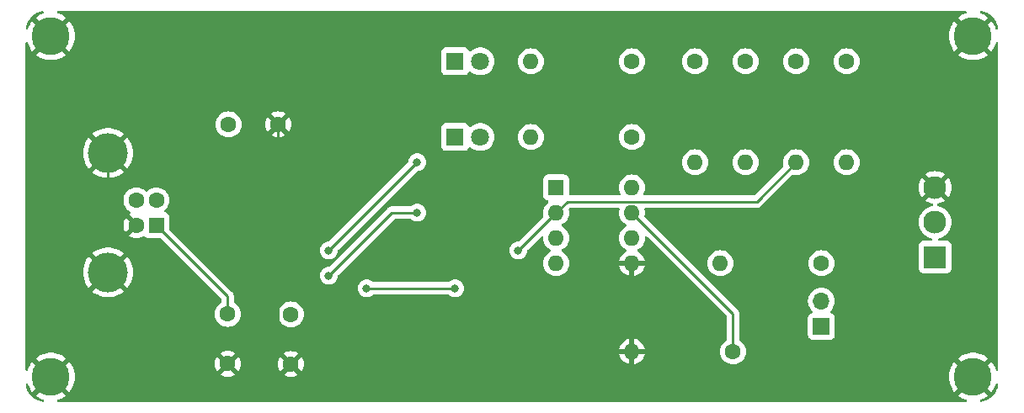
<source format=gbr>
%TF.GenerationSoftware,KiCad,Pcbnew,7.0.10*%
%TF.CreationDate,2024-01-22T13:30:55+09:00*%
%TF.ProjectId,RS485_Converter,52533438-355f-4436-9f6e-766572746572,1.0*%
%TF.SameCoordinates,Original*%
%TF.FileFunction,Copper,L2,Bot*%
%TF.FilePolarity,Positive*%
%FSLAX46Y46*%
G04 Gerber Fmt 4.6, Leading zero omitted, Abs format (unit mm)*
G04 Created by KiCad (PCBNEW 7.0.10) date 2024-01-22 13:30:55*
%MOMM*%
%LPD*%
G01*
G04 APERTURE LIST*
%TA.AperFunction,ComponentPad*%
%ADD10C,1.600000*%
%TD*%
%TA.AperFunction,ComponentPad*%
%ADD11O,1.600000X1.600000*%
%TD*%
%TA.AperFunction,ComponentPad*%
%ADD12C,3.800000*%
%TD*%
%TA.AperFunction,ComponentPad*%
%ADD13R,1.800000X1.800000*%
%TD*%
%TA.AperFunction,ComponentPad*%
%ADD14C,1.800000*%
%TD*%
%TA.AperFunction,ComponentPad*%
%ADD15R,1.600000X1.600000*%
%TD*%
%TA.AperFunction,ComponentPad*%
%ADD16C,4.000000*%
%TD*%
%TA.AperFunction,ComponentPad*%
%ADD17R,2.300000X2.300000*%
%TD*%
%TA.AperFunction,ComponentPad*%
%ADD18C,2.300000*%
%TD*%
%TA.AperFunction,ComponentPad*%
%ADD19R,1.700000X1.700000*%
%TD*%
%TA.AperFunction,ComponentPad*%
%ADD20O,1.700000X1.700000*%
%TD*%
%TA.AperFunction,ViaPad*%
%ADD21C,0.800000*%
%TD*%
%TA.AperFunction,Conductor*%
%ADD22C,0.250000*%
%TD*%
G04 APERTURE END LIST*
D10*
%TO.P,R1,1*%
%TO.N,/5V*%
X165100000Y-82550000D03*
D11*
%TO.P,R1,2*%
%TO.N,Net-(U2-RXD)*%
X165100000Y-92710000D03*
%TD*%
D12*
%TO.P,REF\u002A\u002A,1*%
%TO.N,/GND*%
X187960000Y-80010000D03*
%TD*%
D10*
%TO.P,C1,1*%
%TO.N,/5V*%
X113030000Y-107990000D03*
%TO.P,C1,2*%
%TO.N,/GND*%
X113030000Y-112990000D03*
%TD*%
D13*
%TO.P,D1,1,K*%
%TO.N,Net-(D1-K)*%
X135890000Y-82550000D03*
D14*
%TO.P,D1,2,A*%
%TO.N,Net-(D1-A)*%
X138430000Y-82550000D03*
%TD*%
D10*
%TO.P,R8,1*%
%TO.N,Net-(J3-Pin_2)*%
X172720000Y-102870000D03*
D11*
%TO.P,R8,2*%
%TO.N,Net-(J4-Pin_2)*%
X162560000Y-102870000D03*
%TD*%
D15*
%TO.P,U3,1,RO*%
%TO.N,Net-(U2-RXD)*%
X146050000Y-95250000D03*
D11*
%TO.P,U3,2,~{RE}*%
%TO.N,Net-(U2-CBUS3)*%
X146050000Y-97790000D03*
%TO.P,U3,3,DE*%
%TO.N,Net-(U2-CBUS2)*%
X146050000Y-100330000D03*
%TO.P,U3,4,DI*%
%TO.N,Net-(U2-TXD)*%
X146050000Y-102870000D03*
%TO.P,U3,5,GND*%
%TO.N,/GND*%
X153670000Y-102870000D03*
%TO.P,U3,6,A*%
%TO.N,Net-(J4-Pin_2)*%
X153670000Y-100330000D03*
%TO.P,U3,7,B*%
%TO.N,Net-(J3-Pin_1)*%
X153670000Y-97790000D03*
%TO.P,U3,8,VCC*%
%TO.N,/5V*%
X153670000Y-95250000D03*
%TD*%
D15*
%TO.P,J1,1,VBUS*%
%TO.N,/5V*%
X105847500Y-99040000D03*
D10*
%TO.P,J1,2,D-*%
%TO.N,Net-(J1-D-)*%
X105847500Y-96540000D03*
%TO.P,J1,3,D+*%
%TO.N,Net-(J1-D+)*%
X103847500Y-96540000D03*
%TO.P,J1,4,GND*%
%TO.N,/GND*%
X103847500Y-99040000D03*
D16*
%TO.P,J1,5,Shield*%
X100987500Y-103790000D03*
X100987500Y-91790000D03*
%TD*%
D17*
%TO.P,J4,1,Pin_1*%
%TO.N,Net-(J3-Pin_1)*%
X184150000Y-102250000D03*
D18*
%TO.P,J4,2,Pin_2*%
%TO.N,Net-(J4-Pin_2)*%
X184150000Y-98750000D03*
%TO.P,J4,3,Pin_3*%
%TO.N,/GND*%
X184150000Y-95250000D03*
%TD*%
D10*
%TO.P,C3,1*%
%TO.N,/5V*%
X113110000Y-88900000D03*
%TO.P,C3,2*%
%TO.N,/GND*%
X118110000Y-88900000D03*
%TD*%
D13*
%TO.P,D2,1,K*%
%TO.N,Net-(D2-K)*%
X135890000Y-90170000D03*
D14*
%TO.P,D2,2,A*%
%TO.N,Net-(D2-A)*%
X138430000Y-90170000D03*
%TD*%
D19*
%TO.P,J3,1,Pin_1*%
%TO.N,Net-(J3-Pin_1)*%
X172720000Y-109220000D03*
D20*
%TO.P,J3,2,Pin_2*%
%TO.N,Net-(J3-Pin_2)*%
X172720000Y-106680000D03*
%TD*%
D10*
%TO.P,R6,1*%
%TO.N,/5V*%
X153670000Y-82550000D03*
D11*
%TO.P,R6,2*%
%TO.N,Net-(D1-A)*%
X143510000Y-82550000D03*
%TD*%
D12*
%TO.P,REF\u002A\u002A,1*%
%TO.N,/GND*%
X95250000Y-80010000D03*
%TD*%
%TO.P,REF\u002A\u002A,1*%
%TO.N,/GND*%
X187960000Y-114300000D03*
%TD*%
%TO.P,REF\u002A\u002A,1*%
%TO.N,/GND*%
X95250000Y-114300000D03*
%TD*%
D10*
%TO.P,C2,1*%
%TO.N,Net-(U2-3V3OUT)*%
X119380000Y-108030000D03*
%TO.P,C2,2*%
%TO.N,/GND*%
X119380000Y-113030000D03*
%TD*%
%TO.P,R4,1*%
%TO.N,/5V*%
X175260000Y-82550000D03*
D11*
%TO.P,R4,2*%
%TO.N,Net-(J4-Pin_2)*%
X175260000Y-92710000D03*
%TD*%
D10*
%TO.P,R7,1*%
%TO.N,/5V*%
X153670000Y-90170000D03*
D11*
%TO.P,R7,2*%
%TO.N,Net-(D2-A)*%
X143510000Y-90170000D03*
%TD*%
D10*
%TO.P,R2,1*%
%TO.N,/5V*%
X170180000Y-82550000D03*
D11*
%TO.P,R2,2*%
%TO.N,Net-(U2-CBUS3)*%
X170180000Y-92710000D03*
%TD*%
D10*
%TO.P,R5,1*%
%TO.N,Net-(J3-Pin_1)*%
X163830000Y-111760000D03*
D11*
%TO.P,R5,2*%
%TO.N,/GND*%
X153670000Y-111760000D03*
%TD*%
D10*
%TO.P,R3,1*%
%TO.N,/5V*%
X160020000Y-82550000D03*
D11*
%TO.P,R3,2*%
%TO.N,Net-(U2-TXD)*%
X160020000Y-92710000D03*
%TD*%
D21*
%TO.N,/5V*%
X132080000Y-92710000D03*
X123190000Y-101600000D03*
%TO.N,/GND*%
X139700000Y-99060000D03*
X139700000Y-104140000D03*
X142240000Y-104140000D03*
X109220000Y-93980000D03*
X116840000Y-96520000D03*
X116840000Y-93980000D03*
X111760000Y-91440000D03*
X114300000Y-93980000D03*
X114300000Y-96520000D03*
X139700000Y-96520000D03*
%TO.N,Net-(U2-3V3OUT)*%
X123190000Y-104140000D03*
X132080000Y-97790000D03*
%TO.N,Net-(U2-TXD)*%
X127000000Y-105410000D03*
X135890000Y-105410000D03*
%TO.N,Net-(U2-CBUS3)*%
X142240000Y-101600000D03*
%TD*%
D22*
%TO.N,/5V*%
X113030000Y-107990000D02*
X113030000Y-106222500D01*
X123190000Y-101600000D02*
X132080000Y-92710000D01*
X113030000Y-106222500D02*
X105847500Y-99040000D01*
%TO.N,/GND*%
X103847500Y-99040000D02*
X100987500Y-96180000D01*
X119380000Y-113030000D02*
X118110000Y-111760000D01*
X100987500Y-96180000D02*
X100987500Y-91790000D01*
X118110000Y-111760000D02*
X118110000Y-88900000D01*
%TO.N,Net-(U2-3V3OUT)*%
X129540000Y-97790000D02*
X123190000Y-104140000D01*
X132080000Y-97790000D02*
X129540000Y-97790000D01*
%TO.N,Net-(J3-Pin_1)*%
X163830000Y-107950000D02*
X153670000Y-97790000D01*
X163830000Y-111760000D02*
X163830000Y-107950000D01*
%TO.N,Net-(U2-TXD)*%
X127000000Y-105410000D02*
X135890000Y-105410000D01*
%TO.N,Net-(U2-CBUS3)*%
X147175000Y-96665000D02*
X146050000Y-97790000D01*
X147175000Y-96665000D02*
X166225000Y-96665000D01*
X166225000Y-96665000D02*
X170180000Y-92710000D01*
X142240000Y-101600000D02*
X146050000Y-97790000D01*
%TD*%
%TA.AperFunction,Conductor*%
%TO.N,/GND*%
G36*
X187285607Y-77490185D02*
G01*
X187331362Y-77542989D01*
X187341306Y-77612147D01*
X187312281Y-77675703D01*
X187253503Y-77713477D01*
X187249406Y-77714604D01*
X187216889Y-77722953D01*
X186936117Y-77834117D01*
X186936109Y-77834121D01*
X186671476Y-77979604D01*
X186671471Y-77979607D01*
X186446565Y-78143010D01*
X186446564Y-78143011D01*
X187376693Y-79073140D01*
X187362590Y-79080411D01*
X187197460Y-79210271D01*
X187059890Y-79369035D01*
X187025334Y-79428887D01*
X186095311Y-78498864D01*
X186014520Y-78596525D01*
X186014518Y-78596528D01*
X185852707Y-78851502D01*
X185852704Y-78851508D01*
X185724127Y-79124747D01*
X185724125Y-79124752D01*
X185630805Y-79411959D01*
X185574216Y-79708609D01*
X185574215Y-79708616D01*
X185555255Y-80009994D01*
X185555255Y-80010005D01*
X185574215Y-80311383D01*
X185574216Y-80311390D01*
X185630805Y-80608040D01*
X185724125Y-80895247D01*
X185724127Y-80895252D01*
X185852704Y-81168491D01*
X185852707Y-81168497D01*
X186014516Y-81423469D01*
X186095311Y-81521133D01*
X187024210Y-80592234D01*
X187124894Y-80733624D01*
X187276932Y-80878592D01*
X187379222Y-80944329D01*
X186446564Y-81876987D01*
X186446565Y-81876989D01*
X186671461Y-82040385D01*
X186671479Y-82040397D01*
X186936109Y-82185878D01*
X186936117Y-82185882D01*
X187216889Y-82297047D01*
X187216892Y-82297048D01*
X187509399Y-82372150D01*
X187808995Y-82409999D01*
X187809007Y-82410000D01*
X188110993Y-82410000D01*
X188111004Y-82409999D01*
X188410600Y-82372150D01*
X188703107Y-82297048D01*
X188703110Y-82297047D01*
X188983882Y-82185882D01*
X188983890Y-82185878D01*
X189248520Y-82040397D01*
X189248530Y-82040390D01*
X189473433Y-81876987D01*
X189473434Y-81876987D01*
X188543307Y-80946859D01*
X188557410Y-80939589D01*
X188722540Y-80809729D01*
X188860110Y-80650965D01*
X188894665Y-80591112D01*
X189824687Y-81521134D01*
X189905486Y-81423464D01*
X190067292Y-81168497D01*
X190067295Y-81168491D01*
X190195872Y-80895252D01*
X190195874Y-80895247D01*
X190257569Y-80705372D01*
X190297006Y-80647696D01*
X190361365Y-80620498D01*
X190430211Y-80632413D01*
X190481687Y-80679657D01*
X190499500Y-80743690D01*
X190499500Y-113566309D01*
X190479815Y-113633348D01*
X190427011Y-113679103D01*
X190357853Y-113689047D01*
X190294297Y-113660022D01*
X190257569Y-113604627D01*
X190195874Y-113414752D01*
X190195872Y-113414747D01*
X190067295Y-113141508D01*
X190067292Y-113141502D01*
X189905483Y-112886530D01*
X189824686Y-112788864D01*
X188895787Y-113717763D01*
X188795106Y-113576376D01*
X188643068Y-113431408D01*
X188540776Y-113365669D01*
X189473434Y-112433011D01*
X189473433Y-112433009D01*
X189248538Y-112269614D01*
X189248520Y-112269602D01*
X188983890Y-112124121D01*
X188983882Y-112124117D01*
X188703110Y-112012952D01*
X188703107Y-112012951D01*
X188410600Y-111937849D01*
X188111004Y-111900000D01*
X187808995Y-111900000D01*
X187509399Y-111937849D01*
X187216892Y-112012951D01*
X187216889Y-112012952D01*
X186936117Y-112124117D01*
X186936109Y-112124121D01*
X186671476Y-112269604D01*
X186671471Y-112269607D01*
X186446565Y-112433010D01*
X186446564Y-112433011D01*
X187376693Y-113363140D01*
X187362590Y-113370411D01*
X187197460Y-113500271D01*
X187059890Y-113659035D01*
X187025334Y-113718887D01*
X186095311Y-112788864D01*
X186014520Y-112886525D01*
X186014518Y-112886528D01*
X185852707Y-113141502D01*
X185852704Y-113141508D01*
X185724127Y-113414747D01*
X185724125Y-113414752D01*
X185630805Y-113701959D01*
X185574216Y-113998609D01*
X185574215Y-113998616D01*
X185555255Y-114299994D01*
X185555255Y-114300005D01*
X185574215Y-114601383D01*
X185574216Y-114601390D01*
X185630805Y-114898040D01*
X185724125Y-115185247D01*
X185724127Y-115185252D01*
X185852704Y-115458491D01*
X185852707Y-115458497D01*
X186014516Y-115713469D01*
X186095311Y-115811133D01*
X187024210Y-114882234D01*
X187124894Y-115023624D01*
X187276932Y-115168592D01*
X187379222Y-115234329D01*
X186446564Y-116166987D01*
X186446565Y-116166989D01*
X186671461Y-116330385D01*
X186671479Y-116330397D01*
X186936109Y-116475878D01*
X186936117Y-116475882D01*
X187216889Y-116587046D01*
X187249406Y-116595396D01*
X187309444Y-116631134D01*
X187340629Y-116693658D01*
X187333061Y-116763117D01*
X187289142Y-116817457D01*
X187222817Y-116839427D01*
X187218568Y-116839500D01*
X95991432Y-116839500D01*
X95924393Y-116819815D01*
X95878638Y-116767011D01*
X95868694Y-116697853D01*
X95897719Y-116634297D01*
X95956497Y-116596523D01*
X95960594Y-116595396D01*
X95993110Y-116587046D01*
X96273882Y-116475882D01*
X96273890Y-116475878D01*
X96538520Y-116330397D01*
X96538530Y-116330390D01*
X96763433Y-116166987D01*
X96763434Y-116166987D01*
X95833307Y-115236859D01*
X95847410Y-115229589D01*
X96012540Y-115099729D01*
X96150110Y-114940965D01*
X96184665Y-114881112D01*
X97114687Y-115811134D01*
X97195486Y-115713464D01*
X97357292Y-115458497D01*
X97357295Y-115458491D01*
X97485872Y-115185252D01*
X97485874Y-115185247D01*
X97579194Y-114898040D01*
X97635783Y-114601390D01*
X97635784Y-114601383D01*
X97654745Y-114300005D01*
X97654745Y-114299994D01*
X97635784Y-113998616D01*
X97635783Y-113998609D01*
X97579194Y-113701959D01*
X97485874Y-113414752D01*
X97485872Y-113414747D01*
X97357295Y-113141508D01*
X97357292Y-113141502D01*
X97261148Y-112990002D01*
X111725034Y-112990002D01*
X111744858Y-113216599D01*
X111744860Y-113216610D01*
X111803730Y-113436317D01*
X111803735Y-113436331D01*
X111899863Y-113642478D01*
X111950974Y-113715472D01*
X112632046Y-113034400D01*
X112644835Y-113115148D01*
X112702359Y-113228045D01*
X112791955Y-113317641D01*
X112904852Y-113375165D01*
X112985599Y-113387953D01*
X112304526Y-114069025D01*
X112377513Y-114120132D01*
X112377521Y-114120136D01*
X112583668Y-114216264D01*
X112583682Y-114216269D01*
X112803389Y-114275139D01*
X112803400Y-114275141D01*
X113029998Y-114294966D01*
X113030002Y-114294966D01*
X113256599Y-114275141D01*
X113256610Y-114275139D01*
X113476317Y-114216269D01*
X113476331Y-114216264D01*
X113682478Y-114120136D01*
X113755471Y-114069024D01*
X113074400Y-113387953D01*
X113155148Y-113375165D01*
X113268045Y-113317641D01*
X113357641Y-113228045D01*
X113415165Y-113115148D01*
X113427953Y-113034400D01*
X114109024Y-113715471D01*
X114160136Y-113642478D01*
X114256264Y-113436331D01*
X114256269Y-113436317D01*
X114315139Y-113216610D01*
X114315141Y-113216599D01*
X114331466Y-113030002D01*
X118075034Y-113030002D01*
X118094858Y-113256599D01*
X118094860Y-113256610D01*
X118153730Y-113476317D01*
X118153735Y-113476331D01*
X118249863Y-113682478D01*
X118300974Y-113755472D01*
X118982046Y-113074400D01*
X118994835Y-113155148D01*
X119052359Y-113268045D01*
X119141955Y-113357641D01*
X119254852Y-113415165D01*
X119335599Y-113427953D01*
X118654526Y-114109025D01*
X118727513Y-114160132D01*
X118727521Y-114160136D01*
X118933668Y-114256264D01*
X118933682Y-114256269D01*
X119153389Y-114315139D01*
X119153400Y-114315141D01*
X119379998Y-114334966D01*
X119380002Y-114334966D01*
X119606599Y-114315141D01*
X119606610Y-114315139D01*
X119826317Y-114256269D01*
X119826331Y-114256264D01*
X120032478Y-114160136D01*
X120105471Y-114109024D01*
X119424400Y-113427953D01*
X119505148Y-113415165D01*
X119618045Y-113357641D01*
X119707641Y-113268045D01*
X119765165Y-113155148D01*
X119777953Y-113074400D01*
X120459024Y-113755471D01*
X120510136Y-113682478D01*
X120606264Y-113476331D01*
X120606269Y-113476317D01*
X120665139Y-113256610D01*
X120665141Y-113256599D01*
X120684966Y-113030002D01*
X120684966Y-113029997D01*
X120665141Y-112803400D01*
X120665139Y-112803389D01*
X120606269Y-112583682D01*
X120606264Y-112583668D01*
X120510136Y-112377521D01*
X120510132Y-112377513D01*
X120459025Y-112304526D01*
X119777953Y-112985598D01*
X119765165Y-112904852D01*
X119707641Y-112791955D01*
X119618045Y-112702359D01*
X119505148Y-112644835D01*
X119424401Y-112632046D01*
X120105472Y-111950974D01*
X120032478Y-111899863D01*
X119826331Y-111803735D01*
X119826317Y-111803730D01*
X119606610Y-111744860D01*
X119606599Y-111744858D01*
X119380002Y-111725034D01*
X119379998Y-111725034D01*
X119153400Y-111744858D01*
X119153389Y-111744860D01*
X118933682Y-111803730D01*
X118933673Y-111803734D01*
X118727516Y-111899866D01*
X118727512Y-111899868D01*
X118654526Y-111950973D01*
X118654526Y-111950974D01*
X119335599Y-112632046D01*
X119254852Y-112644835D01*
X119141955Y-112702359D01*
X119052359Y-112791955D01*
X118994835Y-112904852D01*
X118982046Y-112985598D01*
X118300974Y-112304526D01*
X118300973Y-112304526D01*
X118249868Y-112377512D01*
X118249866Y-112377516D01*
X118153734Y-112583673D01*
X118153730Y-112583682D01*
X118094860Y-112803389D01*
X118094858Y-112803400D01*
X118075034Y-113029997D01*
X118075034Y-113030002D01*
X114331466Y-113030002D01*
X114334966Y-112990002D01*
X114334966Y-112989997D01*
X114315141Y-112763400D01*
X114315139Y-112763389D01*
X114256269Y-112543682D01*
X114256264Y-112543668D01*
X114160136Y-112337521D01*
X114160132Y-112337513D01*
X114109025Y-112264526D01*
X113427953Y-112945598D01*
X113415165Y-112864852D01*
X113357641Y-112751955D01*
X113268045Y-112662359D01*
X113155148Y-112604835D01*
X113074401Y-112592046D01*
X113755472Y-111910974D01*
X113682478Y-111859863D01*
X113476331Y-111763735D01*
X113476317Y-111763730D01*
X113256610Y-111704860D01*
X113256599Y-111704858D01*
X113030002Y-111685034D01*
X113029998Y-111685034D01*
X112803400Y-111704858D01*
X112803389Y-111704860D01*
X112583682Y-111763730D01*
X112583673Y-111763734D01*
X112377516Y-111859866D01*
X112377512Y-111859868D01*
X112304526Y-111910973D01*
X112304526Y-111910974D01*
X112985599Y-112592046D01*
X112904852Y-112604835D01*
X112791955Y-112662359D01*
X112702359Y-112751955D01*
X112644835Y-112864852D01*
X112632046Y-112945598D01*
X111950974Y-112264526D01*
X111950973Y-112264526D01*
X111899868Y-112337512D01*
X111899866Y-112337516D01*
X111803734Y-112543673D01*
X111803730Y-112543682D01*
X111744860Y-112763389D01*
X111744858Y-112763400D01*
X111725034Y-112989997D01*
X111725034Y-112990002D01*
X97261148Y-112990002D01*
X97195483Y-112886530D01*
X97114686Y-112788864D01*
X96185787Y-113717763D01*
X96085106Y-113576376D01*
X95933068Y-113431408D01*
X95830776Y-113365669D01*
X96763434Y-112433011D01*
X96763433Y-112433009D01*
X96538538Y-112269614D01*
X96538520Y-112269602D01*
X96273890Y-112124121D01*
X96273882Y-112124117D01*
X95993110Y-112012952D01*
X95993107Y-112012951D01*
X95700600Y-111937849D01*
X95401004Y-111900000D01*
X95098995Y-111900000D01*
X94799399Y-111937849D01*
X94506892Y-112012951D01*
X94506889Y-112012952D01*
X94226117Y-112124117D01*
X94226109Y-112124121D01*
X93961476Y-112269604D01*
X93961471Y-112269607D01*
X93736565Y-112433010D01*
X93736564Y-112433011D01*
X94666693Y-113363140D01*
X94652590Y-113370411D01*
X94487460Y-113500271D01*
X94349890Y-113659035D01*
X94315334Y-113718887D01*
X93385311Y-112788864D01*
X93304520Y-112886525D01*
X93304518Y-112886528D01*
X93142707Y-113141502D01*
X93142704Y-113141508D01*
X93014127Y-113414747D01*
X93014125Y-113414752D01*
X92952431Y-113604627D01*
X92912993Y-113662303D01*
X92848635Y-113689501D01*
X92779788Y-113677586D01*
X92728313Y-113630342D01*
X92710500Y-113566309D01*
X92710500Y-111509999D01*
X152391127Y-111509999D01*
X152391128Y-111510000D01*
X153354314Y-111510000D01*
X153342359Y-111521955D01*
X153284835Y-111634852D01*
X153265014Y-111760000D01*
X153284835Y-111885148D01*
X153342359Y-111998045D01*
X153354314Y-112010000D01*
X152391128Y-112010000D01*
X152443730Y-112206317D01*
X152443734Y-112206326D01*
X152539865Y-112412482D01*
X152670342Y-112598820D01*
X152831179Y-112759657D01*
X153017517Y-112890134D01*
X153223673Y-112986265D01*
X153223682Y-112986269D01*
X153419999Y-113038872D01*
X153420000Y-113038871D01*
X153420000Y-112075686D01*
X153431955Y-112087641D01*
X153544852Y-112145165D01*
X153638519Y-112160000D01*
X153701481Y-112160000D01*
X153795148Y-112145165D01*
X153908045Y-112087641D01*
X153920000Y-112075686D01*
X153920000Y-113038872D01*
X154116317Y-112986269D01*
X154116326Y-112986265D01*
X154322482Y-112890134D01*
X154508820Y-112759657D01*
X154669657Y-112598820D01*
X154800134Y-112412482D01*
X154896265Y-112206326D01*
X154896269Y-112206317D01*
X154948872Y-112010000D01*
X153985686Y-112010000D01*
X153997641Y-111998045D01*
X154055165Y-111885148D01*
X154074986Y-111760000D01*
X154055165Y-111634852D01*
X153997641Y-111521955D01*
X153985686Y-111510000D01*
X154948872Y-111510000D01*
X154948872Y-111509999D01*
X154896269Y-111313682D01*
X154896265Y-111313673D01*
X154800134Y-111107517D01*
X154669657Y-110921179D01*
X154508820Y-110760342D01*
X154322482Y-110629865D01*
X154116328Y-110533734D01*
X153920000Y-110481127D01*
X153920000Y-111444314D01*
X153908045Y-111432359D01*
X153795148Y-111374835D01*
X153701481Y-111360000D01*
X153638519Y-111360000D01*
X153544852Y-111374835D01*
X153431955Y-111432359D01*
X153420000Y-111444314D01*
X153420000Y-110481127D01*
X153223671Y-110533734D01*
X153017517Y-110629865D01*
X152831179Y-110760342D01*
X152670342Y-110921179D01*
X152539865Y-111107517D01*
X152443734Y-111313673D01*
X152443730Y-111313682D01*
X152391127Y-111509999D01*
X92710500Y-111509999D01*
X92710500Y-103790005D01*
X98482557Y-103790005D01*
X98502307Y-104103942D01*
X98502308Y-104103949D01*
X98561255Y-104412958D01*
X98658463Y-104712132D01*
X98658465Y-104712137D01*
X98792400Y-104996761D01*
X98792403Y-104996767D01*
X98960957Y-105262367D01*
X98960960Y-105262371D01*
X99051786Y-105372160D01*
X100016938Y-104407007D01*
X100065848Y-104485999D01*
X100209431Y-104643501D01*
X100367888Y-104763163D01*
X99402471Y-105728579D01*
X99402472Y-105728581D01*
X99645272Y-105904985D01*
X99645290Y-105904996D01*
X99920947Y-106056540D01*
X99920955Y-106056544D01*
X100213426Y-106172340D01*
X100518120Y-106250573D01*
X100518129Y-106250575D01*
X100830201Y-106289999D01*
X100830215Y-106290000D01*
X101144785Y-106290000D01*
X101144798Y-106289999D01*
X101456870Y-106250575D01*
X101456879Y-106250573D01*
X101761573Y-106172340D01*
X102054044Y-106056544D01*
X102054052Y-106056540D01*
X102329709Y-105904996D01*
X102329719Y-105904990D01*
X102572526Y-105728579D01*
X102572527Y-105728579D01*
X101607111Y-104763163D01*
X101765569Y-104643501D01*
X101909152Y-104485999D01*
X101958060Y-104407008D01*
X102923212Y-105372160D01*
X103014044Y-105262364D01*
X103182596Y-104996767D01*
X103182599Y-104996761D01*
X103316534Y-104712137D01*
X103316536Y-104712132D01*
X103413744Y-104412958D01*
X103472691Y-104103949D01*
X103472692Y-104103942D01*
X103492443Y-103790005D01*
X103492443Y-103789994D01*
X103472692Y-103476057D01*
X103472691Y-103476050D01*
X103413744Y-103167041D01*
X103316536Y-102867867D01*
X103316534Y-102867862D01*
X103182599Y-102583238D01*
X103182596Y-102583232D01*
X103014042Y-102317632D01*
X103014039Y-102317628D01*
X102923212Y-102207838D01*
X101958060Y-103172991D01*
X101909152Y-103094001D01*
X101765569Y-102936499D01*
X101607111Y-102816836D01*
X102572527Y-101851419D01*
X102572526Y-101851417D01*
X102329727Y-101675014D01*
X102329709Y-101675003D01*
X102054052Y-101523459D01*
X102054044Y-101523455D01*
X101761573Y-101407659D01*
X101456879Y-101329426D01*
X101456870Y-101329424D01*
X101144798Y-101290000D01*
X100830201Y-101290000D01*
X100518129Y-101329424D01*
X100518120Y-101329426D01*
X100213426Y-101407659D01*
X99920955Y-101523455D01*
X99920947Y-101523459D01*
X99645287Y-101675004D01*
X99645282Y-101675007D01*
X99402472Y-101851418D01*
X99402471Y-101851419D01*
X100367888Y-102816836D01*
X100209431Y-102936499D01*
X100065848Y-103094001D01*
X100016939Y-103172991D01*
X99051786Y-102207838D01*
X99051785Y-102207838D01*
X98960959Y-102317629D01*
X98960957Y-102317632D01*
X98792403Y-102583232D01*
X98792400Y-102583238D01*
X98658465Y-102867862D01*
X98658463Y-102867867D01*
X98561255Y-103167041D01*
X98502308Y-103476050D01*
X98502307Y-103476057D01*
X98482557Y-103789994D01*
X98482557Y-103790005D01*
X92710500Y-103790005D01*
X92710500Y-96540001D01*
X102542032Y-96540001D01*
X102561864Y-96766686D01*
X102561866Y-96766697D01*
X102620758Y-96986488D01*
X102620761Y-96986497D01*
X102716931Y-97192732D01*
X102716932Y-97192734D01*
X102847454Y-97379141D01*
X103008358Y-97540045D01*
X103008361Y-97540047D01*
X103194766Y-97670568D01*
X103210475Y-97677893D01*
X103262914Y-97724064D01*
X103282067Y-97791257D01*
X103261852Y-97858138D01*
X103210479Y-97902656D01*
X103195014Y-97909867D01*
X103195012Y-97909868D01*
X103122026Y-97960973D01*
X103122026Y-97960974D01*
X103737048Y-98575995D01*
X103712301Y-98579554D01*
X103588055Y-98636295D01*
X103484827Y-98725742D01*
X103410981Y-98840649D01*
X103384564Y-98930616D01*
X102768474Y-98314526D01*
X102768473Y-98314526D01*
X102717368Y-98387512D01*
X102717366Y-98387516D01*
X102621234Y-98593673D01*
X102621230Y-98593682D01*
X102562360Y-98813389D01*
X102562358Y-98813400D01*
X102542534Y-99039997D01*
X102542534Y-99040002D01*
X102562358Y-99266599D01*
X102562360Y-99266610D01*
X102621230Y-99486317D01*
X102621235Y-99486331D01*
X102717363Y-99692478D01*
X102768474Y-99765472D01*
X103384564Y-99149382D01*
X103410981Y-99239351D01*
X103484827Y-99354258D01*
X103588055Y-99443705D01*
X103712301Y-99500446D01*
X103737047Y-99504003D01*
X103122026Y-100119025D01*
X103195013Y-100170132D01*
X103195021Y-100170136D01*
X103401168Y-100266264D01*
X103401182Y-100266269D01*
X103620889Y-100325139D01*
X103620900Y-100325141D01*
X103847498Y-100344966D01*
X103847502Y-100344966D01*
X104074099Y-100325141D01*
X104074110Y-100325139D01*
X104293817Y-100266269D01*
X104293826Y-100266265D01*
X104499981Y-100170134D01*
X104512753Y-100161191D01*
X104578959Y-100138862D01*
X104646727Y-100155870D01*
X104683144Y-100188449D01*
X104689954Y-100197546D01*
X104726836Y-100225156D01*
X104805164Y-100283793D01*
X104805171Y-100283797D01*
X104940017Y-100334091D01*
X104940016Y-100334091D01*
X104946944Y-100334835D01*
X104999627Y-100340500D01*
X106212047Y-100340499D01*
X106279086Y-100360184D01*
X106299728Y-100376818D01*
X112368181Y-106445271D01*
X112401666Y-106506594D01*
X112404500Y-106532952D01*
X112404500Y-106775811D01*
X112384815Y-106842850D01*
X112351623Y-106877386D01*
X112190859Y-106989953D01*
X112029954Y-107150858D01*
X111899432Y-107337265D01*
X111899431Y-107337267D01*
X111803261Y-107543502D01*
X111803258Y-107543511D01*
X111744366Y-107763302D01*
X111744364Y-107763313D01*
X111724532Y-107989998D01*
X111724532Y-107990001D01*
X111744364Y-108216686D01*
X111744366Y-108216697D01*
X111803258Y-108436488D01*
X111803261Y-108436497D01*
X111899431Y-108642732D01*
X111899432Y-108642734D01*
X112029954Y-108829141D01*
X112190858Y-108990045D01*
X112190861Y-108990047D01*
X112377266Y-109120568D01*
X112583504Y-109216739D01*
X112803308Y-109275635D01*
X112965230Y-109289801D01*
X113029998Y-109295468D01*
X113030000Y-109295468D01*
X113030002Y-109295468D01*
X113086673Y-109290509D01*
X113256692Y-109275635D01*
X113476496Y-109216739D01*
X113682734Y-109120568D01*
X113869139Y-108990047D01*
X114030047Y-108829139D01*
X114160568Y-108642734D01*
X114256739Y-108436496D01*
X114315635Y-108216692D01*
X114331969Y-108030001D01*
X118074532Y-108030001D01*
X118094364Y-108256686D01*
X118094366Y-108256697D01*
X118153258Y-108476488D01*
X118153261Y-108476497D01*
X118249431Y-108682732D01*
X118249432Y-108682734D01*
X118379954Y-108869141D01*
X118540858Y-109030045D01*
X118540861Y-109030047D01*
X118727266Y-109160568D01*
X118933504Y-109256739D01*
X119153308Y-109315635D01*
X119315230Y-109329801D01*
X119379998Y-109335468D01*
X119380000Y-109335468D01*
X119380002Y-109335468D01*
X119436673Y-109330509D01*
X119606692Y-109315635D01*
X119826496Y-109256739D01*
X120032734Y-109160568D01*
X120219139Y-109030047D01*
X120380047Y-108869139D01*
X120510568Y-108682734D01*
X120606739Y-108476496D01*
X120665635Y-108256692D01*
X120685468Y-108030000D01*
X120681968Y-107990000D01*
X120676387Y-107926202D01*
X120665635Y-107803308D01*
X120606739Y-107583504D01*
X120510568Y-107377266D01*
X120380047Y-107190861D01*
X120380045Y-107190858D01*
X120219141Y-107029954D01*
X120032734Y-106899432D01*
X120032732Y-106899431D01*
X119826497Y-106803261D01*
X119826488Y-106803258D01*
X119606697Y-106744366D01*
X119606693Y-106744365D01*
X119606692Y-106744365D01*
X119606691Y-106744364D01*
X119606686Y-106744364D01*
X119380002Y-106724532D01*
X119379998Y-106724532D01*
X119153313Y-106744364D01*
X119153302Y-106744366D01*
X118933511Y-106803258D01*
X118933502Y-106803261D01*
X118727267Y-106899431D01*
X118727265Y-106899432D01*
X118540858Y-107029954D01*
X118379954Y-107190858D01*
X118249432Y-107377265D01*
X118249431Y-107377267D01*
X118153261Y-107583502D01*
X118153258Y-107583511D01*
X118094366Y-107803302D01*
X118094364Y-107803313D01*
X118074532Y-108029998D01*
X118074532Y-108030001D01*
X114331969Y-108030001D01*
X114333504Y-108012452D01*
X114335468Y-107990001D01*
X114335468Y-107989998D01*
X114324926Y-107869501D01*
X114315635Y-107763308D01*
X114256739Y-107543504D01*
X114160568Y-107337266D01*
X114030047Y-107150861D01*
X114030045Y-107150858D01*
X113869140Y-106989953D01*
X113708377Y-106877386D01*
X113664752Y-106822809D01*
X113655500Y-106775811D01*
X113655500Y-106305242D01*
X113657224Y-106289622D01*
X113656939Y-106289596D01*
X113657671Y-106281840D01*
X113657673Y-106281833D01*
X113655561Y-106214626D01*
X113655500Y-106210731D01*
X113655500Y-106183154D01*
X113655500Y-106183150D01*
X113654996Y-106179165D01*
X113654080Y-106167521D01*
X113652709Y-106123873D01*
X113647122Y-106104644D01*
X113643174Y-106085584D01*
X113642834Y-106082889D01*
X113640664Y-106065708D01*
X113640663Y-106065706D01*
X113640663Y-106065704D01*
X113624588Y-106025104D01*
X113620804Y-106014052D01*
X113608618Y-105972109D01*
X113608616Y-105972106D01*
X113598423Y-105954871D01*
X113589861Y-105937394D01*
X113582487Y-105918769D01*
X113556816Y-105883437D01*
X113550405Y-105873677D01*
X113528170Y-105836080D01*
X113528168Y-105836078D01*
X113528165Y-105836074D01*
X113514006Y-105821915D01*
X113501368Y-105807119D01*
X113489594Y-105790913D01*
X113455940Y-105763072D01*
X113447299Y-105755209D01*
X113102090Y-105410000D01*
X126094540Y-105410000D01*
X126114326Y-105598256D01*
X126114327Y-105598259D01*
X126172818Y-105778277D01*
X126172821Y-105778284D01*
X126267467Y-105942216D01*
X126378660Y-106065708D01*
X126394129Y-106082888D01*
X126547265Y-106194148D01*
X126547270Y-106194151D01*
X126720192Y-106271142D01*
X126720197Y-106271144D01*
X126905354Y-106310500D01*
X126905355Y-106310500D01*
X127094644Y-106310500D01*
X127094646Y-106310500D01*
X127279803Y-106271144D01*
X127452730Y-106194151D01*
X127605871Y-106082888D01*
X127608788Y-106079647D01*
X127611600Y-106076526D01*
X127671087Y-106039879D01*
X127703748Y-106035500D01*
X135186252Y-106035500D01*
X135253291Y-106055185D01*
X135278400Y-106076526D01*
X135284126Y-106082885D01*
X135284130Y-106082889D01*
X135437265Y-106194148D01*
X135437270Y-106194151D01*
X135610192Y-106271142D01*
X135610197Y-106271144D01*
X135795354Y-106310500D01*
X135795355Y-106310500D01*
X135984644Y-106310500D01*
X135984646Y-106310500D01*
X136169803Y-106271144D01*
X136342730Y-106194151D01*
X136495871Y-106082888D01*
X136622533Y-105942216D01*
X136717179Y-105778284D01*
X136775674Y-105598256D01*
X136795460Y-105410000D01*
X136775674Y-105221744D01*
X136717179Y-105041716D01*
X136622533Y-104877784D01*
X136495871Y-104737112D01*
X136495870Y-104737111D01*
X136342734Y-104625851D01*
X136342729Y-104625848D01*
X136169807Y-104548857D01*
X136169802Y-104548855D01*
X136024001Y-104517865D01*
X135984646Y-104509500D01*
X135795354Y-104509500D01*
X135762897Y-104516398D01*
X135610197Y-104548855D01*
X135610192Y-104548857D01*
X135437270Y-104625848D01*
X135437265Y-104625851D01*
X135284130Y-104737110D01*
X135284126Y-104737114D01*
X135278400Y-104743474D01*
X135218913Y-104780121D01*
X135186252Y-104784500D01*
X127703748Y-104784500D01*
X127636709Y-104764815D01*
X127611600Y-104743474D01*
X127605873Y-104737114D01*
X127605869Y-104737110D01*
X127452734Y-104625851D01*
X127452729Y-104625848D01*
X127279807Y-104548857D01*
X127279802Y-104548855D01*
X127134001Y-104517865D01*
X127094646Y-104509500D01*
X126905354Y-104509500D01*
X126872897Y-104516398D01*
X126720197Y-104548855D01*
X126720192Y-104548857D01*
X126547270Y-104625848D01*
X126547265Y-104625851D01*
X126394129Y-104737111D01*
X126267466Y-104877785D01*
X126172821Y-105041715D01*
X126172818Y-105041722D01*
X126114327Y-105221740D01*
X126114326Y-105221744D01*
X126094540Y-105410000D01*
X113102090Y-105410000D01*
X111832090Y-104140000D01*
X122284540Y-104140000D01*
X122304326Y-104328256D01*
X122304327Y-104328259D01*
X122362818Y-104508277D01*
X122362821Y-104508284D01*
X122457467Y-104672216D01*
X122558568Y-104784500D01*
X122584129Y-104812888D01*
X122737265Y-104924148D01*
X122737270Y-104924151D01*
X122910192Y-105001142D01*
X122910197Y-105001144D01*
X123095354Y-105040500D01*
X123095355Y-105040500D01*
X123284644Y-105040500D01*
X123284646Y-105040500D01*
X123469803Y-105001144D01*
X123642730Y-104924151D01*
X123795871Y-104812888D01*
X123922533Y-104672216D01*
X124017179Y-104508284D01*
X124075674Y-104328256D01*
X124093321Y-104160345D01*
X124119905Y-104095732D01*
X124128952Y-104085636D01*
X126614589Y-101600000D01*
X141334540Y-101600000D01*
X141354326Y-101788256D01*
X141354327Y-101788259D01*
X141412818Y-101968277D01*
X141412821Y-101968284D01*
X141507467Y-102132216D01*
X141584273Y-102217517D01*
X141634129Y-102272888D01*
X141787265Y-102384148D01*
X141787270Y-102384151D01*
X141960192Y-102461142D01*
X141960197Y-102461144D01*
X142145354Y-102500500D01*
X142145355Y-102500500D01*
X142334644Y-102500500D01*
X142334646Y-102500500D01*
X142519803Y-102461144D01*
X142692730Y-102384151D01*
X142845871Y-102272888D01*
X142972533Y-102132216D01*
X143067179Y-101968284D01*
X143125674Y-101788256D01*
X143143321Y-101620345D01*
X143169905Y-101555732D01*
X143178952Y-101545636D01*
X144537183Y-100187405D01*
X144598504Y-100153922D01*
X144668196Y-100158906D01*
X144724129Y-100200778D01*
X144748546Y-100266242D01*
X144748390Y-100285894D01*
X144744532Y-100329996D01*
X144744532Y-100330001D01*
X144764364Y-100556686D01*
X144764366Y-100556697D01*
X144823258Y-100776488D01*
X144823261Y-100776497D01*
X144919431Y-100982732D01*
X144919432Y-100982734D01*
X145049954Y-101169141D01*
X145210858Y-101330045D01*
X145210861Y-101330047D01*
X145397266Y-101460568D01*
X145455275Y-101487618D01*
X145507714Y-101533791D01*
X145526866Y-101600984D01*
X145506650Y-101667865D01*
X145455275Y-101712382D01*
X145397267Y-101739431D01*
X145397265Y-101739432D01*
X145210858Y-101869954D01*
X145049954Y-102030858D01*
X144919432Y-102217265D01*
X144919431Y-102217267D01*
X144823261Y-102423502D01*
X144823258Y-102423511D01*
X144764366Y-102643302D01*
X144764364Y-102643313D01*
X144744532Y-102869998D01*
X144744532Y-102870001D01*
X144764364Y-103096686D01*
X144764366Y-103096697D01*
X144823258Y-103316488D01*
X144823261Y-103316497D01*
X144919431Y-103522732D01*
X144919432Y-103522734D01*
X145049954Y-103709141D01*
X145210858Y-103870045D01*
X145210861Y-103870047D01*
X145397266Y-104000568D01*
X145603504Y-104096739D01*
X145823308Y-104155635D01*
X145985230Y-104169801D01*
X146049998Y-104175468D01*
X146050000Y-104175468D01*
X146050002Y-104175468D01*
X146106673Y-104170509D01*
X146276692Y-104155635D01*
X146496496Y-104096739D01*
X146702734Y-104000568D01*
X146889139Y-103870047D01*
X147050047Y-103709139D01*
X147180568Y-103522734D01*
X147276739Y-103316496D01*
X147335635Y-103096692D01*
X147355468Y-102870000D01*
X147355281Y-102867867D01*
X147335635Y-102643313D01*
X147335635Y-102643308D01*
X147276739Y-102423504D01*
X147180568Y-102217266D01*
X147050047Y-102030861D01*
X147050045Y-102030858D01*
X146889141Y-101869954D01*
X146702734Y-101739432D01*
X146702728Y-101739429D01*
X146644725Y-101712382D01*
X146592285Y-101666210D01*
X146573133Y-101599017D01*
X146593348Y-101532135D01*
X146644725Y-101487618D01*
X146702734Y-101460568D01*
X146889139Y-101330047D01*
X147050047Y-101169139D01*
X147180568Y-100982734D01*
X147276739Y-100776496D01*
X147335635Y-100556692D01*
X147354549Y-100340500D01*
X147355468Y-100330001D01*
X147355468Y-100329998D01*
X147346295Y-100225154D01*
X147335635Y-100103308D01*
X147283263Y-99907853D01*
X147276741Y-99883511D01*
X147276738Y-99883502D01*
X147221699Y-99765472D01*
X147180568Y-99677266D01*
X147057583Y-99501623D01*
X147050045Y-99490858D01*
X146889141Y-99329954D01*
X146702734Y-99199432D01*
X146702728Y-99199429D01*
X146644725Y-99172382D01*
X146592285Y-99126210D01*
X146573133Y-99059017D01*
X146593348Y-98992135D01*
X146644725Y-98947618D01*
X146702734Y-98920568D01*
X146889139Y-98790047D01*
X147050047Y-98629139D01*
X147180568Y-98442734D01*
X147276739Y-98236496D01*
X147335635Y-98016692D01*
X147355468Y-97790000D01*
X147354318Y-97776860D01*
X147344732Y-97667288D01*
X147335635Y-97563308D01*
X147317319Y-97494951D01*
X147318982Y-97425103D01*
X147349414Y-97375177D01*
X147397774Y-97326818D01*
X147459097Y-97293334D01*
X147485454Y-97290500D01*
X152295863Y-97290500D01*
X152362902Y-97310185D01*
X152408657Y-97362989D01*
X152418601Y-97432147D01*
X152415638Y-97446593D01*
X152384366Y-97563302D01*
X152384364Y-97563313D01*
X152364532Y-97789998D01*
X152364532Y-97790001D01*
X152384364Y-98016686D01*
X152384366Y-98016697D01*
X152443258Y-98236488D01*
X152443261Y-98236497D01*
X152539431Y-98442732D01*
X152539432Y-98442734D01*
X152669954Y-98629141D01*
X152830858Y-98790045D01*
X152830861Y-98790047D01*
X153017266Y-98920568D01*
X153075275Y-98947618D01*
X153127714Y-98993791D01*
X153146866Y-99060984D01*
X153126650Y-99127865D01*
X153075275Y-99172382D01*
X153017267Y-99199431D01*
X153017265Y-99199432D01*
X152830858Y-99329954D01*
X152669954Y-99490858D01*
X152539432Y-99677265D01*
X152539431Y-99677267D01*
X152443261Y-99883502D01*
X152443258Y-99883511D01*
X152384366Y-100103302D01*
X152384364Y-100103313D01*
X152364532Y-100329998D01*
X152364532Y-100330001D01*
X152384364Y-100556686D01*
X152384366Y-100556697D01*
X152443258Y-100776488D01*
X152443261Y-100776497D01*
X152539431Y-100982732D01*
X152539432Y-100982734D01*
X152669954Y-101169141D01*
X152830858Y-101330045D01*
X152830861Y-101330047D01*
X153017266Y-101460568D01*
X153075865Y-101487893D01*
X153128305Y-101534065D01*
X153147457Y-101601258D01*
X153127242Y-101668139D01*
X153075867Y-101712657D01*
X153017515Y-101739867D01*
X152831179Y-101870342D01*
X152670342Y-102031179D01*
X152539865Y-102217517D01*
X152443734Y-102423673D01*
X152443730Y-102423682D01*
X152391127Y-102619999D01*
X152391128Y-102620000D01*
X153354314Y-102620000D01*
X153342359Y-102631955D01*
X153284835Y-102744852D01*
X153265014Y-102870000D01*
X153284835Y-102995148D01*
X153342359Y-103108045D01*
X153354314Y-103120000D01*
X152391128Y-103120000D01*
X152443730Y-103316317D01*
X152443734Y-103316326D01*
X152539865Y-103522482D01*
X152670342Y-103708820D01*
X152831179Y-103869657D01*
X153017517Y-104000134D01*
X153223673Y-104096265D01*
X153223682Y-104096269D01*
X153419999Y-104148872D01*
X153420000Y-104148871D01*
X153420000Y-103185686D01*
X153431955Y-103197641D01*
X153544852Y-103255165D01*
X153638519Y-103270000D01*
X153701481Y-103270000D01*
X153795148Y-103255165D01*
X153908045Y-103197641D01*
X153920000Y-103185686D01*
X153920000Y-104148872D01*
X154116317Y-104096269D01*
X154116326Y-104096265D01*
X154322482Y-104000134D01*
X154508820Y-103869657D01*
X154669657Y-103708820D01*
X154800134Y-103522482D01*
X154896265Y-103316326D01*
X154896269Y-103316317D01*
X154948872Y-103120000D01*
X153985686Y-103120000D01*
X153997641Y-103108045D01*
X154055165Y-102995148D01*
X154074986Y-102870000D01*
X154055165Y-102744852D01*
X153997641Y-102631955D01*
X153985686Y-102620000D01*
X154948872Y-102620000D01*
X154948872Y-102619999D01*
X154896269Y-102423682D01*
X154896265Y-102423673D01*
X154800134Y-102217517D01*
X154669657Y-102031179D01*
X154508820Y-101870342D01*
X154322482Y-101739865D01*
X154264133Y-101712657D01*
X154211694Y-101666484D01*
X154192542Y-101599291D01*
X154212758Y-101532410D01*
X154264129Y-101487895D01*
X154322734Y-101460568D01*
X154509139Y-101330047D01*
X154670047Y-101169139D01*
X154800568Y-100982734D01*
X154896739Y-100776496D01*
X154955635Y-100556692D01*
X154974549Y-100340500D01*
X154975468Y-100330001D01*
X154975468Y-100330000D01*
X154974993Y-100324572D01*
X154971609Y-100285896D01*
X154985375Y-100217398D01*
X155033990Y-100167214D01*
X155102018Y-100151280D01*
X155167862Y-100174655D01*
X155182818Y-100187408D01*
X163168181Y-108172771D01*
X163201666Y-108234094D01*
X163204500Y-108260452D01*
X163204500Y-110545811D01*
X163184815Y-110612850D01*
X163151623Y-110647386D01*
X162990859Y-110759953D01*
X162829954Y-110920858D01*
X162699432Y-111107265D01*
X162699431Y-111107267D01*
X162603261Y-111313502D01*
X162603258Y-111313511D01*
X162544366Y-111533302D01*
X162544364Y-111533313D01*
X162524532Y-111759998D01*
X162524532Y-111760001D01*
X162544364Y-111986686D01*
X162544366Y-111986697D01*
X162603258Y-112206488D01*
X162603261Y-112206497D01*
X162699431Y-112412732D01*
X162699432Y-112412734D01*
X162829954Y-112599141D01*
X162990858Y-112760045D01*
X163032016Y-112788864D01*
X163177266Y-112890568D01*
X163383504Y-112986739D01*
X163383509Y-112986740D01*
X163383511Y-112986741D01*
X163436415Y-113000916D01*
X163603308Y-113045635D01*
X163765230Y-113059801D01*
X163829998Y-113065468D01*
X163830000Y-113065468D01*
X163830002Y-113065468D01*
X163886673Y-113060509D01*
X164056692Y-113045635D01*
X164276496Y-112986739D01*
X164482734Y-112890568D01*
X164669139Y-112760047D01*
X164830047Y-112599139D01*
X164960568Y-112412734D01*
X165056739Y-112206496D01*
X165115635Y-111986692D01*
X165135468Y-111760000D01*
X165134143Y-111744860D01*
X165115635Y-111533313D01*
X165115635Y-111533308D01*
X165056739Y-111313504D01*
X164960568Y-111107266D01*
X164830047Y-110920861D01*
X164830045Y-110920858D01*
X164669140Y-110759953D01*
X164508377Y-110647386D01*
X164464752Y-110592809D01*
X164455500Y-110545811D01*
X164455500Y-108032742D01*
X164457224Y-108017122D01*
X164456939Y-108017096D01*
X164457671Y-108009340D01*
X164457673Y-108009333D01*
X164455561Y-107942126D01*
X164455500Y-107938231D01*
X164455500Y-107910654D01*
X164455500Y-107910650D01*
X164454996Y-107906665D01*
X164454080Y-107895021D01*
X164452709Y-107851373D01*
X164447122Y-107832144D01*
X164443174Y-107813084D01*
X164441940Y-107803313D01*
X164440664Y-107793208D01*
X164440663Y-107793206D01*
X164440663Y-107793204D01*
X164424588Y-107752604D01*
X164420804Y-107741552D01*
X164408618Y-107699609D01*
X164408616Y-107699606D01*
X164398423Y-107682371D01*
X164389861Y-107664894D01*
X164382487Y-107646269D01*
X164356816Y-107610937D01*
X164350405Y-107601177D01*
X164328170Y-107563580D01*
X164328168Y-107563578D01*
X164328165Y-107563574D01*
X164314006Y-107549415D01*
X164301368Y-107534619D01*
X164289594Y-107518413D01*
X164255940Y-107490572D01*
X164247299Y-107482709D01*
X163444590Y-106680000D01*
X171364341Y-106680000D01*
X171384936Y-106915403D01*
X171384938Y-106915413D01*
X171446094Y-107143655D01*
X171446096Y-107143659D01*
X171446097Y-107143663D01*
X171468106Y-107190861D01*
X171545965Y-107357830D01*
X171545967Y-107357834D01*
X171633406Y-107482709D01*
X171681501Y-107551396D01*
X171681506Y-107551402D01*
X171803430Y-107673326D01*
X171836915Y-107734649D01*
X171831931Y-107804341D01*
X171790059Y-107860274D01*
X171759083Y-107877189D01*
X171627669Y-107926203D01*
X171627664Y-107926206D01*
X171512455Y-108012452D01*
X171512452Y-108012455D01*
X171426206Y-108127664D01*
X171426202Y-108127671D01*
X171375908Y-108262517D01*
X171369501Y-108322116D01*
X171369501Y-108322123D01*
X171369500Y-108322135D01*
X171369500Y-110117870D01*
X171369501Y-110117876D01*
X171375908Y-110177483D01*
X171426202Y-110312328D01*
X171426206Y-110312335D01*
X171512452Y-110427544D01*
X171512455Y-110427547D01*
X171627664Y-110513793D01*
X171627671Y-110513797D01*
X171762517Y-110564091D01*
X171762516Y-110564091D01*
X171769444Y-110564835D01*
X171822127Y-110570500D01*
X173617872Y-110570499D01*
X173677483Y-110564091D01*
X173812331Y-110513796D01*
X173927546Y-110427546D01*
X174013796Y-110312331D01*
X174064091Y-110177483D01*
X174070500Y-110117873D01*
X174070499Y-108322128D01*
X174064091Y-108262517D01*
X174061920Y-108256697D01*
X174013797Y-108127671D01*
X174013793Y-108127664D01*
X173927547Y-108012455D01*
X173927544Y-108012452D01*
X173812335Y-107926206D01*
X173812328Y-107926202D01*
X173680917Y-107877189D01*
X173624983Y-107835318D01*
X173600566Y-107769853D01*
X173615418Y-107701580D01*
X173636563Y-107673332D01*
X173758495Y-107551401D01*
X173894035Y-107357830D01*
X173993903Y-107143663D01*
X174055063Y-106915408D01*
X174075659Y-106680000D01*
X174055063Y-106444592D01*
X173993903Y-106216337D01*
X173894035Y-106002171D01*
X173872987Y-105972110D01*
X173758494Y-105808597D01*
X173591402Y-105641506D01*
X173591395Y-105641501D01*
X173397834Y-105505967D01*
X173397830Y-105505965D01*
X173397828Y-105505964D01*
X173183663Y-105406097D01*
X173183659Y-105406096D01*
X173183655Y-105406094D01*
X172955413Y-105344938D01*
X172955403Y-105344936D01*
X172720001Y-105324341D01*
X172719999Y-105324341D01*
X172484596Y-105344936D01*
X172484586Y-105344938D01*
X172256344Y-105406094D01*
X172256335Y-105406098D01*
X172042171Y-105505964D01*
X172042169Y-105505965D01*
X171848597Y-105641505D01*
X171681505Y-105808597D01*
X171545965Y-106002169D01*
X171545964Y-106002171D01*
X171446098Y-106216335D01*
X171446094Y-106216344D01*
X171384938Y-106444586D01*
X171384936Y-106444596D01*
X171364341Y-106679999D01*
X171364341Y-106680000D01*
X163444590Y-106680000D01*
X159634591Y-102870001D01*
X161254532Y-102870001D01*
X161274364Y-103096686D01*
X161274366Y-103096697D01*
X161333258Y-103316488D01*
X161333261Y-103316497D01*
X161429431Y-103522732D01*
X161429432Y-103522734D01*
X161559954Y-103709141D01*
X161720858Y-103870045D01*
X161720861Y-103870047D01*
X161907266Y-104000568D01*
X162113504Y-104096739D01*
X162333308Y-104155635D01*
X162495230Y-104169801D01*
X162559998Y-104175468D01*
X162560000Y-104175468D01*
X162560002Y-104175468D01*
X162616673Y-104170509D01*
X162786692Y-104155635D01*
X163006496Y-104096739D01*
X163212734Y-104000568D01*
X163399139Y-103870047D01*
X163560047Y-103709139D01*
X163690568Y-103522734D01*
X163786739Y-103316496D01*
X163845635Y-103096692D01*
X163865468Y-102870001D01*
X171414532Y-102870001D01*
X171434364Y-103096686D01*
X171434366Y-103096697D01*
X171493258Y-103316488D01*
X171493261Y-103316497D01*
X171589431Y-103522732D01*
X171589432Y-103522734D01*
X171719954Y-103709141D01*
X171880858Y-103870045D01*
X171880861Y-103870047D01*
X172067266Y-104000568D01*
X172273504Y-104096739D01*
X172493308Y-104155635D01*
X172655230Y-104169801D01*
X172719998Y-104175468D01*
X172720000Y-104175468D01*
X172720002Y-104175468D01*
X172776673Y-104170509D01*
X172946692Y-104155635D01*
X173166496Y-104096739D01*
X173372734Y-104000568D01*
X173559139Y-103870047D01*
X173720047Y-103709139D01*
X173850568Y-103522734D01*
X173946739Y-103316496D01*
X174005635Y-103096692D01*
X174025468Y-102870000D01*
X174025281Y-102867867D01*
X174005635Y-102643313D01*
X174005635Y-102643308D01*
X173946739Y-102423504D01*
X173850568Y-102217266D01*
X173720047Y-102030861D01*
X173720045Y-102030858D01*
X173559141Y-101869954D01*
X173372734Y-101739432D01*
X173372732Y-101739431D01*
X173166497Y-101643261D01*
X173166488Y-101643258D01*
X172946697Y-101584366D01*
X172946693Y-101584365D01*
X172946692Y-101584365D01*
X172946691Y-101584364D01*
X172946686Y-101584364D01*
X172720002Y-101564532D01*
X172719998Y-101564532D01*
X172493313Y-101584364D01*
X172493302Y-101584366D01*
X172273511Y-101643258D01*
X172273502Y-101643261D01*
X172067267Y-101739431D01*
X172067265Y-101739432D01*
X171880858Y-101869954D01*
X171719954Y-102030858D01*
X171589432Y-102217265D01*
X171589431Y-102217267D01*
X171493261Y-102423502D01*
X171493258Y-102423511D01*
X171434366Y-102643302D01*
X171434364Y-102643313D01*
X171414532Y-102869998D01*
X171414532Y-102870001D01*
X163865468Y-102870001D01*
X163865468Y-102870000D01*
X163865281Y-102867867D01*
X163845635Y-102643313D01*
X163845635Y-102643308D01*
X163786739Y-102423504D01*
X163690568Y-102217266D01*
X163560047Y-102030861D01*
X163560045Y-102030858D01*
X163399141Y-101869954D01*
X163212734Y-101739432D01*
X163212732Y-101739431D01*
X163006497Y-101643261D01*
X163006488Y-101643258D01*
X162786697Y-101584366D01*
X162786693Y-101584365D01*
X162786692Y-101584365D01*
X162786691Y-101584364D01*
X162786686Y-101584364D01*
X162560002Y-101564532D01*
X162559998Y-101564532D01*
X162333313Y-101584364D01*
X162333302Y-101584366D01*
X162113511Y-101643258D01*
X162113502Y-101643261D01*
X161907267Y-101739431D01*
X161907265Y-101739432D01*
X161720858Y-101869954D01*
X161559954Y-102030858D01*
X161429432Y-102217265D01*
X161429431Y-102217267D01*
X161333261Y-102423502D01*
X161333258Y-102423511D01*
X161274366Y-102643302D01*
X161274364Y-102643313D01*
X161254532Y-102869998D01*
X161254532Y-102870001D01*
X159634591Y-102870001D01*
X155514591Y-98750000D01*
X182494396Y-98750000D01*
X182514778Y-99008990D01*
X182575427Y-99261610D01*
X182674843Y-99501623D01*
X182674845Y-99501627D01*
X182674846Y-99501628D01*
X182810588Y-99723140D01*
X182979311Y-99920689D01*
X183176860Y-100089412D01*
X183398372Y-100225154D01*
X183398374Y-100225154D01*
X183398376Y-100225156D01*
X183487035Y-100261879D01*
X183638390Y-100324573D01*
X183764826Y-100354927D01*
X183825415Y-100389717D01*
X183857579Y-100451743D01*
X183851103Y-100521312D01*
X183808044Y-100576336D01*
X183742071Y-100599345D01*
X183735876Y-100599500D01*
X182952129Y-100599500D01*
X182952123Y-100599501D01*
X182892516Y-100605908D01*
X182757671Y-100656202D01*
X182757664Y-100656206D01*
X182642455Y-100742452D01*
X182642452Y-100742455D01*
X182556206Y-100857664D01*
X182556202Y-100857671D01*
X182505908Y-100992517D01*
X182499501Y-101052116D01*
X182499501Y-101052123D01*
X182499500Y-101052135D01*
X182499500Y-103447870D01*
X182499501Y-103447876D01*
X182505908Y-103507483D01*
X182556202Y-103642328D01*
X182556206Y-103642335D01*
X182642452Y-103757544D01*
X182642455Y-103757547D01*
X182757664Y-103843793D01*
X182757671Y-103843797D01*
X182892517Y-103894091D01*
X182892516Y-103894091D01*
X182899444Y-103894835D01*
X182952127Y-103900500D01*
X185347872Y-103900499D01*
X185407483Y-103894091D01*
X185542331Y-103843796D01*
X185657546Y-103757546D01*
X185743796Y-103642331D01*
X185794091Y-103507483D01*
X185800500Y-103447873D01*
X185800499Y-101052128D01*
X185794091Y-100992517D01*
X185790442Y-100982734D01*
X185743797Y-100857671D01*
X185743793Y-100857664D01*
X185657547Y-100742455D01*
X185657544Y-100742452D01*
X185542335Y-100656206D01*
X185542328Y-100656202D01*
X185407482Y-100605908D01*
X185407483Y-100605908D01*
X185347883Y-100599501D01*
X185347881Y-100599500D01*
X185347873Y-100599500D01*
X185347865Y-100599500D01*
X184564125Y-100599500D01*
X184497086Y-100579815D01*
X184451331Y-100527011D01*
X184441387Y-100457853D01*
X184470412Y-100394297D01*
X184529190Y-100356523D01*
X184535149Y-100354933D01*
X184661610Y-100324573D01*
X184901628Y-100225154D01*
X185123140Y-100089412D01*
X185320689Y-99920689D01*
X185489412Y-99723140D01*
X185625154Y-99501628D01*
X185724573Y-99261610D01*
X185785221Y-99008994D01*
X185805604Y-98750000D01*
X185785221Y-98491006D01*
X185724573Y-98238390D01*
X185661056Y-98085048D01*
X185625156Y-97998376D01*
X185612828Y-97978259D01*
X185489412Y-97776860D01*
X185320689Y-97579311D01*
X185123140Y-97410588D01*
X184901628Y-97274846D01*
X184901627Y-97274845D01*
X184901623Y-97274843D01*
X184671047Y-97179336D01*
X184661610Y-97175427D01*
X184432056Y-97120315D01*
X184371466Y-97085525D01*
X184339302Y-97023498D01*
X184345778Y-96953930D01*
X184388838Y-96898906D01*
X184432059Y-96879168D01*
X184661442Y-96824099D01*
X184661462Y-96824093D01*
X184901397Y-96724709D01*
X184901400Y-96724707D01*
X185122844Y-96589005D01*
X185129644Y-96583197D01*
X184359220Y-95812773D01*
X184452588Y-95774099D01*
X184577925Y-95677925D01*
X184674099Y-95552589D01*
X184712773Y-95459220D01*
X185483197Y-96229644D01*
X185489005Y-96222844D01*
X185624707Y-96001400D01*
X185624709Y-96001397D01*
X185724093Y-95761462D01*
X185724098Y-95761445D01*
X185784725Y-95508912D01*
X185805101Y-95250000D01*
X185784725Y-94991087D01*
X185724098Y-94738554D01*
X185724093Y-94738537D01*
X185624709Y-94498602D01*
X185624707Y-94498599D01*
X185489007Y-94277157D01*
X185483197Y-94270354D01*
X184712772Y-95040779D01*
X184674099Y-94947412D01*
X184577925Y-94822075D01*
X184452588Y-94725901D01*
X184359220Y-94687227D01*
X185129645Y-93916801D01*
X185122843Y-93910993D01*
X185122842Y-93910992D01*
X184901400Y-93775292D01*
X184901397Y-93775290D01*
X184661462Y-93675906D01*
X184661445Y-93675901D01*
X184408911Y-93615274D01*
X184408912Y-93615274D01*
X184150000Y-93594898D01*
X183891087Y-93615274D01*
X183638554Y-93675901D01*
X183638537Y-93675906D01*
X183398602Y-93775290D01*
X183398599Y-93775292D01*
X183177155Y-93910993D01*
X183170353Y-93916800D01*
X183940779Y-94687226D01*
X183847412Y-94725901D01*
X183722075Y-94822075D01*
X183625901Y-94947411D01*
X183587226Y-95040779D01*
X182816800Y-94270353D01*
X182810993Y-94277155D01*
X182675292Y-94498599D01*
X182675290Y-94498602D01*
X182575906Y-94738537D01*
X182575901Y-94738554D01*
X182515274Y-94991087D01*
X182494898Y-95250000D01*
X182515274Y-95508912D01*
X182575901Y-95761445D01*
X182575906Y-95761462D01*
X182675290Y-96001397D01*
X182675292Y-96001400D01*
X182810992Y-96222842D01*
X182810993Y-96222843D01*
X182816801Y-96229644D01*
X183587226Y-95459219D01*
X183625901Y-95552588D01*
X183722075Y-95677925D01*
X183847412Y-95774099D01*
X183940779Y-95812772D01*
X183170354Y-96583197D01*
X183177157Y-96589007D01*
X183398599Y-96724707D01*
X183398602Y-96724709D01*
X183638537Y-96824093D01*
X183638554Y-96824098D01*
X183867941Y-96879168D01*
X183928533Y-96913958D01*
X183960697Y-96975984D01*
X183954221Y-97045553D01*
X183911162Y-97100578D01*
X183867942Y-97120316D01*
X183772073Y-97143332D01*
X183638390Y-97175427D01*
X183638388Y-97175427D01*
X183638387Y-97175428D01*
X183398376Y-97274843D01*
X183176859Y-97410588D01*
X182979311Y-97579311D01*
X182810588Y-97776859D01*
X182674843Y-97998376D01*
X182575427Y-98238389D01*
X182514778Y-98491009D01*
X182494396Y-98750000D01*
X155514591Y-98750000D01*
X154969413Y-98204822D01*
X154935928Y-98143499D01*
X154937319Y-98085048D01*
X154955635Y-98016692D01*
X154975468Y-97790000D01*
X154974318Y-97776860D01*
X154964732Y-97667288D01*
X154955635Y-97563308D01*
X154929794Y-97466867D01*
X154924362Y-97446593D01*
X154926025Y-97376743D01*
X154965188Y-97318881D01*
X155029417Y-97291377D01*
X155044137Y-97290500D01*
X166142257Y-97290500D01*
X166157877Y-97292224D01*
X166157904Y-97291939D01*
X166165660Y-97292671D01*
X166165667Y-97292673D01*
X166232873Y-97290561D01*
X166236768Y-97290500D01*
X166264346Y-97290500D01*
X166264350Y-97290500D01*
X166268324Y-97289997D01*
X166279963Y-97289080D01*
X166323627Y-97287709D01*
X166342869Y-97282117D01*
X166361912Y-97278174D01*
X166381792Y-97275664D01*
X166422401Y-97259585D01*
X166433444Y-97255803D01*
X166475390Y-97243618D01*
X166492629Y-97233422D01*
X166510103Y-97224862D01*
X166528727Y-97217488D01*
X166528727Y-97217487D01*
X166528732Y-97217486D01*
X166564083Y-97191800D01*
X166573814Y-97185408D01*
X166611420Y-97163170D01*
X166625589Y-97148999D01*
X166640379Y-97136368D01*
X166656587Y-97124594D01*
X166684438Y-97090926D01*
X166692279Y-97082309D01*
X169765178Y-94009410D01*
X169826499Y-93975927D01*
X169884946Y-93977317D01*
X169953308Y-93995635D01*
X170110780Y-94009412D01*
X170179998Y-94015468D01*
X170180000Y-94015468D01*
X170180002Y-94015468D01*
X170249220Y-94009412D01*
X170406692Y-93995635D01*
X170626496Y-93936739D01*
X170832734Y-93840568D01*
X171019139Y-93710047D01*
X171180047Y-93549139D01*
X171310568Y-93362734D01*
X171406739Y-93156496D01*
X171465635Y-92936692D01*
X171485281Y-92712137D01*
X171485468Y-92710001D01*
X173954532Y-92710001D01*
X173974364Y-92936686D01*
X173974366Y-92936697D01*
X174033258Y-93156488D01*
X174033261Y-93156497D01*
X174129431Y-93362732D01*
X174129432Y-93362734D01*
X174259954Y-93549141D01*
X174420858Y-93710045D01*
X174467693Y-93742839D01*
X174607266Y-93840568D01*
X174813504Y-93936739D01*
X175033308Y-93995635D01*
X175190780Y-94009412D01*
X175259998Y-94015468D01*
X175260000Y-94015468D01*
X175260002Y-94015468D01*
X175329220Y-94009412D01*
X175486692Y-93995635D01*
X175706496Y-93936739D01*
X175912734Y-93840568D01*
X176099139Y-93710047D01*
X176260047Y-93549139D01*
X176390568Y-93362734D01*
X176486739Y-93156496D01*
X176545635Y-92936692D01*
X176565281Y-92712137D01*
X176565468Y-92710001D01*
X176565468Y-92709998D01*
X176559650Y-92643501D01*
X176545635Y-92483308D01*
X176486739Y-92263504D01*
X176390568Y-92057266D01*
X176260047Y-91870861D01*
X176260045Y-91870858D01*
X176099141Y-91709954D01*
X175912734Y-91579432D01*
X175912732Y-91579431D01*
X175706497Y-91483261D01*
X175706488Y-91483258D01*
X175486697Y-91424366D01*
X175486693Y-91424365D01*
X175486692Y-91424365D01*
X175486691Y-91424364D01*
X175486686Y-91424364D01*
X175260002Y-91404532D01*
X175259998Y-91404532D01*
X175033313Y-91424364D01*
X175033302Y-91424366D01*
X174813511Y-91483258D01*
X174813502Y-91483261D01*
X174607267Y-91579431D01*
X174607265Y-91579432D01*
X174420858Y-91709954D01*
X174259954Y-91870858D01*
X174129432Y-92057265D01*
X174129431Y-92057267D01*
X174033261Y-92263502D01*
X174033258Y-92263511D01*
X173974366Y-92483302D01*
X173974364Y-92483313D01*
X173954532Y-92709998D01*
X173954532Y-92710001D01*
X171485468Y-92710001D01*
X171485468Y-92709998D01*
X171479650Y-92643501D01*
X171465635Y-92483308D01*
X171406739Y-92263504D01*
X171310568Y-92057266D01*
X171180047Y-91870861D01*
X171180045Y-91870858D01*
X171019141Y-91709954D01*
X170832734Y-91579432D01*
X170832732Y-91579431D01*
X170626497Y-91483261D01*
X170626488Y-91483258D01*
X170406697Y-91424366D01*
X170406693Y-91424365D01*
X170406692Y-91424365D01*
X170406691Y-91424364D01*
X170406686Y-91424364D01*
X170180002Y-91404532D01*
X170179998Y-91404532D01*
X169953313Y-91424364D01*
X169953302Y-91424366D01*
X169733511Y-91483258D01*
X169733502Y-91483261D01*
X169527267Y-91579431D01*
X169527265Y-91579432D01*
X169340858Y-91709954D01*
X169179954Y-91870858D01*
X169049432Y-92057265D01*
X169049431Y-92057267D01*
X168953261Y-92263502D01*
X168953258Y-92263511D01*
X168894366Y-92483302D01*
X168894364Y-92483313D01*
X168891002Y-92521744D01*
X168874532Y-92710000D01*
X168894364Y-92936686D01*
X168894365Y-92936691D01*
X168894366Y-92936697D01*
X168912680Y-93005048D01*
X168911017Y-93074897D01*
X168880586Y-93124821D01*
X166002228Y-96003181D01*
X165940905Y-96036666D01*
X165914547Y-96039500D01*
X154931434Y-96039500D01*
X154864395Y-96019815D01*
X154818640Y-95967011D01*
X154808696Y-95897853D01*
X154819052Y-95863095D01*
X154832360Y-95834556D01*
X154896739Y-95696496D01*
X154955635Y-95476692D01*
X154975468Y-95250000D01*
X154955635Y-95023308D01*
X154896739Y-94803504D01*
X154800568Y-94597266D01*
X154670047Y-94410861D01*
X154670045Y-94410858D01*
X154509141Y-94249954D01*
X154322734Y-94119432D01*
X154322732Y-94119431D01*
X154116497Y-94023261D01*
X154116488Y-94023258D01*
X153896697Y-93964366D01*
X153896693Y-93964365D01*
X153896692Y-93964365D01*
X153896691Y-93964364D01*
X153896686Y-93964364D01*
X153670002Y-93944532D01*
X153669998Y-93944532D01*
X153443313Y-93964364D01*
X153443302Y-93964366D01*
X153223511Y-94023258D01*
X153223502Y-94023261D01*
X153017267Y-94119431D01*
X153017265Y-94119432D01*
X152830858Y-94249954D01*
X152669954Y-94410858D01*
X152539432Y-94597265D01*
X152539431Y-94597267D01*
X152443261Y-94803502D01*
X152443258Y-94803511D01*
X152384366Y-95023302D01*
X152384364Y-95023313D01*
X152364532Y-95249998D01*
X152364532Y-95250001D01*
X152384364Y-95476686D01*
X152384366Y-95476697D01*
X152443258Y-95696488D01*
X152443260Y-95696492D01*
X152443261Y-95696496D01*
X152479448Y-95774099D01*
X152520948Y-95863095D01*
X152531440Y-95932173D01*
X152502920Y-95995957D01*
X152444444Y-96034196D01*
X152408566Y-96039500D01*
X147474500Y-96039500D01*
X147407461Y-96019815D01*
X147361706Y-95967011D01*
X147350500Y-95915500D01*
X147350499Y-94402129D01*
X147350498Y-94402123D01*
X147350497Y-94402116D01*
X147344091Y-94342517D01*
X147324503Y-94290000D01*
X147293797Y-94207671D01*
X147293793Y-94207664D01*
X147207547Y-94092455D01*
X147207544Y-94092452D01*
X147092335Y-94006206D01*
X147092328Y-94006202D01*
X146957482Y-93955908D01*
X146957483Y-93955908D01*
X146897883Y-93949501D01*
X146897881Y-93949500D01*
X146897873Y-93949500D01*
X146897864Y-93949500D01*
X145202129Y-93949500D01*
X145202123Y-93949501D01*
X145142516Y-93955908D01*
X145007671Y-94006202D01*
X145007664Y-94006206D01*
X144892455Y-94092452D01*
X144892452Y-94092455D01*
X144806206Y-94207664D01*
X144806202Y-94207671D01*
X144755908Y-94342517D01*
X144749501Y-94402116D01*
X144749501Y-94402123D01*
X144749500Y-94402135D01*
X144749500Y-96097870D01*
X144749501Y-96097876D01*
X144755908Y-96157483D01*
X144806202Y-96292328D01*
X144806206Y-96292335D01*
X144892452Y-96407544D01*
X144892455Y-96407547D01*
X145007664Y-96493793D01*
X145007671Y-96493797D01*
X145052618Y-96510561D01*
X145142517Y-96544091D01*
X145177596Y-96547862D01*
X145242144Y-96574599D01*
X145281993Y-96631991D01*
X145284488Y-96701816D01*
X145248836Y-96761905D01*
X145235464Y-96772725D01*
X145210858Y-96789954D01*
X145049954Y-96950858D01*
X144919432Y-97137265D01*
X144919431Y-97137267D01*
X144823261Y-97343502D01*
X144823258Y-97343511D01*
X144764366Y-97563302D01*
X144764364Y-97563313D01*
X144744594Y-97789290D01*
X144744532Y-97790000D01*
X144764364Y-98016686D01*
X144764365Y-98016691D01*
X144764366Y-98016697D01*
X144782680Y-98085048D01*
X144781017Y-98154897D01*
X144750586Y-98204821D01*
X142292228Y-100663181D01*
X142230905Y-100696666D01*
X142204547Y-100699500D01*
X142145354Y-100699500D01*
X142112897Y-100706398D01*
X141960197Y-100738855D01*
X141960192Y-100738857D01*
X141787270Y-100815848D01*
X141787265Y-100815851D01*
X141634129Y-100927111D01*
X141507466Y-101067785D01*
X141412821Y-101231715D01*
X141412818Y-101231722D01*
X141355653Y-101407659D01*
X141354326Y-101411744D01*
X141334540Y-101600000D01*
X126614589Y-101600000D01*
X129762772Y-98451819D01*
X129824095Y-98418334D01*
X129850453Y-98415500D01*
X131376252Y-98415500D01*
X131443291Y-98435185D01*
X131468400Y-98456526D01*
X131474126Y-98462885D01*
X131474130Y-98462889D01*
X131627265Y-98574148D01*
X131627270Y-98574151D01*
X131800192Y-98651142D01*
X131800197Y-98651144D01*
X131985354Y-98690500D01*
X131985355Y-98690500D01*
X132174644Y-98690500D01*
X132174646Y-98690500D01*
X132359803Y-98651144D01*
X132532730Y-98574151D01*
X132685871Y-98462888D01*
X132812533Y-98322216D01*
X132907179Y-98158284D01*
X132965674Y-97978256D01*
X132985460Y-97790000D01*
X132965674Y-97601744D01*
X132907179Y-97421716D01*
X132812533Y-97257784D01*
X132685871Y-97117112D01*
X132685870Y-97117111D01*
X132532734Y-97005851D01*
X132532729Y-97005848D01*
X132359807Y-96928857D01*
X132359802Y-96928855D01*
X132214001Y-96897865D01*
X132174646Y-96889500D01*
X131985354Y-96889500D01*
X131952897Y-96896398D01*
X131800197Y-96928855D01*
X131800192Y-96928857D01*
X131627270Y-97005848D01*
X131627265Y-97005851D01*
X131474130Y-97117110D01*
X131474126Y-97117114D01*
X131468400Y-97123474D01*
X131408913Y-97160121D01*
X131376252Y-97164500D01*
X129622738Y-97164500D01*
X129607121Y-97162776D01*
X129607094Y-97163062D01*
X129599332Y-97162327D01*
X129532145Y-97164439D01*
X129528251Y-97164500D01*
X129500650Y-97164500D01*
X129496962Y-97164965D01*
X129496649Y-97165005D01*
X129485031Y-97165918D01*
X129441373Y-97167290D01*
X129441372Y-97167290D01*
X129422129Y-97172881D01*
X129403079Y-97176825D01*
X129383211Y-97179334D01*
X129383210Y-97179335D01*
X129342600Y-97195413D01*
X129331553Y-97199195D01*
X129289610Y-97211381D01*
X129289609Y-97211382D01*
X129272367Y-97221579D01*
X129254899Y-97230137D01*
X129236269Y-97237513D01*
X129236266Y-97237515D01*
X129200939Y-97263181D01*
X129191180Y-97269592D01*
X129153579Y-97291830D01*
X129139408Y-97306000D01*
X129124623Y-97318628D01*
X129108412Y-97330407D01*
X129080571Y-97364059D01*
X129072711Y-97372696D01*
X123242228Y-103203181D01*
X123180905Y-103236666D01*
X123154547Y-103239500D01*
X123095354Y-103239500D01*
X123062897Y-103246398D01*
X122910197Y-103278855D01*
X122910192Y-103278857D01*
X122737270Y-103355848D01*
X122737265Y-103355851D01*
X122584129Y-103467111D01*
X122457466Y-103607785D01*
X122362821Y-103771715D01*
X122362818Y-103771722D01*
X122320976Y-103900500D01*
X122304326Y-103951744D01*
X122284540Y-104140000D01*
X111832090Y-104140000D01*
X109292091Y-101600000D01*
X122284540Y-101600000D01*
X122304326Y-101788256D01*
X122304327Y-101788259D01*
X122362818Y-101968277D01*
X122362821Y-101968284D01*
X122457467Y-102132216D01*
X122534273Y-102217517D01*
X122584129Y-102272888D01*
X122737265Y-102384148D01*
X122737270Y-102384151D01*
X122910192Y-102461142D01*
X122910197Y-102461144D01*
X123095354Y-102500500D01*
X123095355Y-102500500D01*
X123284644Y-102500500D01*
X123284646Y-102500500D01*
X123469803Y-102461144D01*
X123642730Y-102384151D01*
X123795871Y-102272888D01*
X123922533Y-102132216D01*
X124017179Y-101968284D01*
X124075674Y-101788256D01*
X124093321Y-101620345D01*
X124119905Y-101555732D01*
X124128952Y-101545636D01*
X132027771Y-93646819D01*
X132089094Y-93613334D01*
X132115452Y-93610500D01*
X132174644Y-93610500D01*
X132174646Y-93610500D01*
X132359803Y-93571144D01*
X132532730Y-93494151D01*
X132685871Y-93382888D01*
X132812533Y-93242216D01*
X132907179Y-93078284D01*
X132965674Y-92898256D01*
X132985460Y-92710001D01*
X158714532Y-92710001D01*
X158734364Y-92936686D01*
X158734366Y-92936697D01*
X158793258Y-93156488D01*
X158793261Y-93156497D01*
X158889431Y-93362732D01*
X158889432Y-93362734D01*
X159019954Y-93549141D01*
X159180858Y-93710045D01*
X159227693Y-93742839D01*
X159367266Y-93840568D01*
X159573504Y-93936739D01*
X159793308Y-93995635D01*
X159950780Y-94009412D01*
X160019998Y-94015468D01*
X160020000Y-94015468D01*
X160020002Y-94015468D01*
X160089220Y-94009412D01*
X160246692Y-93995635D01*
X160466496Y-93936739D01*
X160672734Y-93840568D01*
X160859139Y-93710047D01*
X161020047Y-93549139D01*
X161150568Y-93362734D01*
X161246739Y-93156496D01*
X161305635Y-92936692D01*
X161325281Y-92712137D01*
X161325468Y-92710001D01*
X163794532Y-92710001D01*
X163814364Y-92936686D01*
X163814366Y-92936697D01*
X163873258Y-93156488D01*
X163873261Y-93156497D01*
X163969431Y-93362732D01*
X163969432Y-93362734D01*
X164099954Y-93549141D01*
X164260858Y-93710045D01*
X164307693Y-93742839D01*
X164447266Y-93840568D01*
X164653504Y-93936739D01*
X164873308Y-93995635D01*
X165030780Y-94009412D01*
X165099998Y-94015468D01*
X165100000Y-94015468D01*
X165100002Y-94015468D01*
X165169220Y-94009412D01*
X165326692Y-93995635D01*
X165546496Y-93936739D01*
X165752734Y-93840568D01*
X165939139Y-93710047D01*
X166100047Y-93549139D01*
X166230568Y-93362734D01*
X166326739Y-93156496D01*
X166385635Y-92936692D01*
X166405281Y-92712137D01*
X166405468Y-92710001D01*
X166405468Y-92709998D01*
X166399650Y-92643501D01*
X166385635Y-92483308D01*
X166326739Y-92263504D01*
X166230568Y-92057266D01*
X166100047Y-91870861D01*
X166100045Y-91870858D01*
X165939141Y-91709954D01*
X165752734Y-91579432D01*
X165752732Y-91579431D01*
X165546497Y-91483261D01*
X165546488Y-91483258D01*
X165326697Y-91424366D01*
X165326693Y-91424365D01*
X165326692Y-91424365D01*
X165326691Y-91424364D01*
X165326686Y-91424364D01*
X165100002Y-91404532D01*
X165099998Y-91404532D01*
X164873313Y-91424364D01*
X164873302Y-91424366D01*
X164653511Y-91483258D01*
X164653502Y-91483261D01*
X164447267Y-91579431D01*
X164447265Y-91579432D01*
X164260858Y-91709954D01*
X164099954Y-91870858D01*
X163969432Y-92057265D01*
X163969431Y-92057267D01*
X163873261Y-92263502D01*
X163873258Y-92263511D01*
X163814366Y-92483302D01*
X163814364Y-92483313D01*
X163794532Y-92709998D01*
X163794532Y-92710001D01*
X161325468Y-92710001D01*
X161325468Y-92709998D01*
X161319650Y-92643501D01*
X161305635Y-92483308D01*
X161246739Y-92263504D01*
X161150568Y-92057266D01*
X161020047Y-91870861D01*
X161020045Y-91870858D01*
X160859141Y-91709954D01*
X160672734Y-91579432D01*
X160672732Y-91579431D01*
X160466497Y-91483261D01*
X160466488Y-91483258D01*
X160246697Y-91424366D01*
X160246693Y-91424365D01*
X160246692Y-91424365D01*
X160246691Y-91424364D01*
X160246686Y-91424364D01*
X160020002Y-91404532D01*
X160019998Y-91404532D01*
X159793313Y-91424364D01*
X159793302Y-91424366D01*
X159573511Y-91483258D01*
X159573502Y-91483261D01*
X159367267Y-91579431D01*
X159367265Y-91579432D01*
X159180858Y-91709954D01*
X159019954Y-91870858D01*
X158889432Y-92057265D01*
X158889431Y-92057267D01*
X158793261Y-92263502D01*
X158793258Y-92263511D01*
X158734366Y-92483302D01*
X158734364Y-92483313D01*
X158714532Y-92709998D01*
X158714532Y-92710001D01*
X132985460Y-92710001D01*
X132985460Y-92710000D01*
X132965674Y-92521744D01*
X132907179Y-92341716D01*
X132812533Y-92177784D01*
X132685871Y-92037112D01*
X132685870Y-92037111D01*
X132532734Y-91925851D01*
X132532729Y-91925848D01*
X132359807Y-91848857D01*
X132359802Y-91848855D01*
X132214001Y-91817865D01*
X132174646Y-91809500D01*
X131985354Y-91809500D01*
X131952897Y-91816398D01*
X131800197Y-91848855D01*
X131800192Y-91848857D01*
X131627270Y-91925848D01*
X131627265Y-91925851D01*
X131474129Y-92037111D01*
X131347466Y-92177785D01*
X131252821Y-92341715D01*
X131252818Y-92341722D01*
X131206813Y-92483313D01*
X131194326Y-92521744D01*
X131186405Y-92597105D01*
X131176678Y-92689651D01*
X131150093Y-92754266D01*
X131141038Y-92764370D01*
X123242228Y-100663181D01*
X123180905Y-100696666D01*
X123154547Y-100699500D01*
X123095354Y-100699500D01*
X123062897Y-100706398D01*
X122910197Y-100738855D01*
X122910192Y-100738857D01*
X122737270Y-100815848D01*
X122737265Y-100815851D01*
X122584129Y-100927111D01*
X122457466Y-101067785D01*
X122362821Y-101231715D01*
X122362818Y-101231722D01*
X122305653Y-101407659D01*
X122304326Y-101411744D01*
X122284540Y-101600000D01*
X109292091Y-101600000D01*
X107184318Y-99492227D01*
X107150833Y-99430904D01*
X107147999Y-99404546D01*
X107147999Y-98192129D01*
X107147998Y-98192123D01*
X107141591Y-98132516D01*
X107091297Y-97997671D01*
X107091293Y-97997664D01*
X107005047Y-97882455D01*
X107005044Y-97882452D01*
X106889835Y-97796206D01*
X106889828Y-97796202D01*
X106754983Y-97745908D01*
X106749579Y-97744632D01*
X106688863Y-97710060D01*
X106656476Y-97648149D01*
X106662702Y-97578558D01*
X106690410Y-97536275D01*
X106847547Y-97379139D01*
X106978068Y-97192734D01*
X107074239Y-96986496D01*
X107133135Y-96766692D01*
X107152049Y-96550500D01*
X107152968Y-96540001D01*
X107152968Y-96539998D01*
X107141380Y-96407546D01*
X107133135Y-96313308D01*
X107088416Y-96146415D01*
X107074241Y-96093511D01*
X107074238Y-96093502D01*
X107031290Y-96001400D01*
X106978068Y-95887266D01*
X106847547Y-95700861D01*
X106847545Y-95700858D01*
X106686641Y-95539954D01*
X106500234Y-95409432D01*
X106500232Y-95409431D01*
X106293997Y-95313261D01*
X106293988Y-95313258D01*
X106074197Y-95254366D01*
X106074193Y-95254365D01*
X106074192Y-95254365D01*
X106074191Y-95254364D01*
X106074186Y-95254364D01*
X105847502Y-95234532D01*
X105847498Y-95234532D01*
X105620813Y-95254364D01*
X105620802Y-95254366D01*
X105401011Y-95313258D01*
X105401002Y-95313261D01*
X105194767Y-95409431D01*
X105194765Y-95409432D01*
X105008358Y-95539954D01*
X104935181Y-95613132D01*
X104873858Y-95646617D01*
X104804166Y-95641633D01*
X104759819Y-95613132D01*
X104686641Y-95539954D01*
X104500234Y-95409432D01*
X104500232Y-95409431D01*
X104293997Y-95313261D01*
X104293988Y-95313258D01*
X104074197Y-95254366D01*
X104074193Y-95254365D01*
X104074192Y-95254365D01*
X104074191Y-95254364D01*
X104074186Y-95254364D01*
X103847502Y-95234532D01*
X103847498Y-95234532D01*
X103620813Y-95254364D01*
X103620802Y-95254366D01*
X103401011Y-95313258D01*
X103401002Y-95313261D01*
X103194767Y-95409431D01*
X103194765Y-95409432D01*
X103008358Y-95539954D01*
X102847454Y-95700858D01*
X102716932Y-95887265D01*
X102716931Y-95887267D01*
X102620761Y-96093502D01*
X102620758Y-96093511D01*
X102561866Y-96313302D01*
X102561864Y-96313313D01*
X102542032Y-96539998D01*
X102542032Y-96540001D01*
X92710500Y-96540001D01*
X92710500Y-91790005D01*
X98482557Y-91790005D01*
X98502307Y-92103942D01*
X98502308Y-92103949D01*
X98561255Y-92412958D01*
X98658463Y-92712132D01*
X98658465Y-92712137D01*
X98792400Y-92996761D01*
X98792403Y-92996767D01*
X98960957Y-93262367D01*
X98960960Y-93262371D01*
X99051786Y-93372160D01*
X100016938Y-92407007D01*
X100065848Y-92485999D01*
X100209431Y-92643501D01*
X100367888Y-92763163D01*
X99402471Y-93728579D01*
X99402472Y-93728581D01*
X99645272Y-93904985D01*
X99645290Y-93904996D01*
X99920947Y-94056540D01*
X99920955Y-94056544D01*
X100213426Y-94172340D01*
X100518120Y-94250573D01*
X100518129Y-94250575D01*
X100830201Y-94289999D01*
X100830215Y-94290000D01*
X101144785Y-94290000D01*
X101144798Y-94289999D01*
X101456870Y-94250575D01*
X101456879Y-94250573D01*
X101761573Y-94172340D01*
X102054044Y-94056544D01*
X102054052Y-94056540D01*
X102329709Y-93904996D01*
X102329719Y-93904990D01*
X102572526Y-93728579D01*
X102572527Y-93728579D01*
X101607111Y-92763163D01*
X101765569Y-92643501D01*
X101909152Y-92485999D01*
X101958060Y-92407008D01*
X102923212Y-93372160D01*
X103014044Y-93262364D01*
X103182596Y-92996767D01*
X103182599Y-92996761D01*
X103316534Y-92712137D01*
X103316536Y-92712132D01*
X103413744Y-92412958D01*
X103472691Y-92103949D01*
X103472692Y-92103942D01*
X103492443Y-91790005D01*
X103492443Y-91789994D01*
X103472692Y-91476057D01*
X103472691Y-91476050D01*
X103413744Y-91167041D01*
X103397767Y-91117870D01*
X134489500Y-91117870D01*
X134489501Y-91117876D01*
X134495908Y-91177483D01*
X134546202Y-91312328D01*
X134546206Y-91312335D01*
X134632452Y-91427544D01*
X134632455Y-91427547D01*
X134747664Y-91513793D01*
X134747671Y-91513797D01*
X134882517Y-91564091D01*
X134882516Y-91564091D01*
X134889444Y-91564835D01*
X134942127Y-91570500D01*
X136837872Y-91570499D01*
X136897483Y-91564091D01*
X137032331Y-91513796D01*
X137147546Y-91427546D01*
X137233796Y-91312331D01*
X137262455Y-91235493D01*
X137304326Y-91179559D01*
X137369790Y-91155141D01*
X137438063Y-91169992D01*
X137469866Y-91194843D01*
X137477302Y-91202920D01*
X137478215Y-91203912D01*
X137478222Y-91203918D01*
X137661365Y-91346464D01*
X137661371Y-91346468D01*
X137661374Y-91346470D01*
X137865497Y-91456936D01*
X137942179Y-91483261D01*
X138085015Y-91532297D01*
X138085017Y-91532297D01*
X138085019Y-91532298D01*
X138313951Y-91570500D01*
X138313952Y-91570500D01*
X138546048Y-91570500D01*
X138546049Y-91570500D01*
X138774981Y-91532298D01*
X138994503Y-91456936D01*
X139198626Y-91346470D01*
X139381784Y-91203913D01*
X139538979Y-91033153D01*
X139665924Y-90838849D01*
X139759157Y-90626300D01*
X139816134Y-90401305D01*
X139816516Y-90396697D01*
X139835300Y-90170006D01*
X139835300Y-90170001D01*
X142204532Y-90170001D01*
X142224364Y-90396686D01*
X142224366Y-90396697D01*
X142283258Y-90616488D01*
X142283261Y-90616497D01*
X142379431Y-90822732D01*
X142379432Y-90822734D01*
X142509954Y-91009141D01*
X142670858Y-91170045D01*
X142670861Y-91170047D01*
X142857266Y-91300568D01*
X143063504Y-91396739D01*
X143283308Y-91455635D01*
X143445230Y-91469801D01*
X143509998Y-91475468D01*
X143510000Y-91475468D01*
X143510002Y-91475468D01*
X143566673Y-91470509D01*
X143736692Y-91455635D01*
X143956496Y-91396739D01*
X144162734Y-91300568D01*
X144349139Y-91170047D01*
X144510047Y-91009139D01*
X144640568Y-90822734D01*
X144736739Y-90616496D01*
X144795635Y-90396692D01*
X144814144Y-90185139D01*
X144815468Y-90170001D01*
X152364532Y-90170001D01*
X152384364Y-90396686D01*
X152384366Y-90396697D01*
X152443258Y-90616488D01*
X152443261Y-90616497D01*
X152539431Y-90822732D01*
X152539432Y-90822734D01*
X152669954Y-91009141D01*
X152830858Y-91170045D01*
X152830861Y-91170047D01*
X153017266Y-91300568D01*
X153223504Y-91396739D01*
X153443308Y-91455635D01*
X153605230Y-91469801D01*
X153669998Y-91475468D01*
X153670000Y-91475468D01*
X153670002Y-91475468D01*
X153726673Y-91470509D01*
X153896692Y-91455635D01*
X154116496Y-91396739D01*
X154322734Y-91300568D01*
X154509139Y-91170047D01*
X154670047Y-91009139D01*
X154800568Y-90822734D01*
X154896739Y-90616496D01*
X154955635Y-90396692D01*
X154974144Y-90185139D01*
X154975468Y-90170001D01*
X154975468Y-90169998D01*
X154963231Y-90030132D01*
X154955635Y-89943308D01*
X154896739Y-89723504D01*
X154800568Y-89517266D01*
X154670047Y-89330861D01*
X154670045Y-89330858D01*
X154509141Y-89169954D01*
X154322734Y-89039432D01*
X154322732Y-89039431D01*
X154116497Y-88943261D01*
X154116488Y-88943258D01*
X153896697Y-88884366D01*
X153896693Y-88884365D01*
X153896692Y-88884365D01*
X153896691Y-88884364D01*
X153896686Y-88884364D01*
X153670002Y-88864532D01*
X153669998Y-88864532D01*
X153443313Y-88884364D01*
X153443302Y-88884366D01*
X153223511Y-88943258D01*
X153223502Y-88943261D01*
X153017267Y-89039431D01*
X153017265Y-89039432D01*
X152830858Y-89169954D01*
X152669954Y-89330858D01*
X152539432Y-89517265D01*
X152539431Y-89517267D01*
X152443261Y-89723502D01*
X152443258Y-89723511D01*
X152384366Y-89943302D01*
X152384364Y-89943313D01*
X152364532Y-90169998D01*
X152364532Y-90170001D01*
X144815468Y-90170001D01*
X144815468Y-90169998D01*
X144803231Y-90030132D01*
X144795635Y-89943308D01*
X144736739Y-89723504D01*
X144640568Y-89517266D01*
X144510047Y-89330861D01*
X144510045Y-89330858D01*
X144349141Y-89169954D01*
X144162734Y-89039432D01*
X144162732Y-89039431D01*
X143956497Y-88943261D01*
X143956488Y-88943258D01*
X143736697Y-88884366D01*
X143736693Y-88884365D01*
X143736692Y-88884365D01*
X143736691Y-88884364D01*
X143736686Y-88884364D01*
X143510002Y-88864532D01*
X143509998Y-88864532D01*
X143283313Y-88884364D01*
X143283302Y-88884366D01*
X143063511Y-88943258D01*
X143063502Y-88943261D01*
X142857267Y-89039431D01*
X142857265Y-89039432D01*
X142670858Y-89169954D01*
X142509954Y-89330858D01*
X142379432Y-89517265D01*
X142379431Y-89517267D01*
X142283261Y-89723502D01*
X142283258Y-89723511D01*
X142224366Y-89943302D01*
X142224364Y-89943313D01*
X142204532Y-90169998D01*
X142204532Y-90170001D01*
X139835300Y-90170001D01*
X139835300Y-90169993D01*
X139816135Y-89938702D01*
X139816133Y-89938691D01*
X139759157Y-89713699D01*
X139665924Y-89501151D01*
X139538983Y-89306852D01*
X139538980Y-89306849D01*
X139538979Y-89306847D01*
X139381784Y-89136087D01*
X139381779Y-89136083D01*
X139381777Y-89136081D01*
X139198634Y-88993535D01*
X139198628Y-88993531D01*
X138994504Y-88883064D01*
X138994495Y-88883061D01*
X138774984Y-88807702D01*
X138584450Y-88775908D01*
X138546049Y-88769500D01*
X138313951Y-88769500D01*
X138275550Y-88775908D01*
X138085015Y-88807702D01*
X137865504Y-88883061D01*
X137865495Y-88883064D01*
X137661371Y-88993531D01*
X137661365Y-88993535D01*
X137478222Y-89136081D01*
X137478218Y-89136085D01*
X137469866Y-89145158D01*
X137409979Y-89181148D01*
X137340141Y-89179047D01*
X137282525Y-89139522D01*
X137262455Y-89104507D01*
X137233797Y-89027671D01*
X137233793Y-89027664D01*
X137147547Y-88912455D01*
X137147544Y-88912452D01*
X137032335Y-88826206D01*
X137032328Y-88826202D01*
X136897482Y-88775908D01*
X136897483Y-88775908D01*
X136837883Y-88769501D01*
X136837881Y-88769500D01*
X136837873Y-88769500D01*
X136837864Y-88769500D01*
X134942129Y-88769500D01*
X134942123Y-88769501D01*
X134882516Y-88775908D01*
X134747671Y-88826202D01*
X134747664Y-88826206D01*
X134632455Y-88912452D01*
X134632452Y-88912455D01*
X134546206Y-89027664D01*
X134546202Y-89027671D01*
X134495908Y-89162517D01*
X134489501Y-89222116D01*
X134489500Y-89222135D01*
X134489500Y-91117870D01*
X103397767Y-91117870D01*
X103316536Y-90867867D01*
X103316534Y-90867862D01*
X103182599Y-90583238D01*
X103182596Y-90583232D01*
X103014042Y-90317632D01*
X103014039Y-90317628D01*
X102923212Y-90207838D01*
X101958060Y-91172991D01*
X101909152Y-91094001D01*
X101765569Y-90936499D01*
X101607111Y-90816836D01*
X102572527Y-89851419D01*
X102572526Y-89851417D01*
X102329727Y-89675014D01*
X102329709Y-89675003D01*
X102054052Y-89523459D01*
X102054044Y-89523455D01*
X101761573Y-89407659D01*
X101456879Y-89329426D01*
X101456870Y-89329424D01*
X101144798Y-89290000D01*
X100830201Y-89290000D01*
X100518129Y-89329424D01*
X100518120Y-89329426D01*
X100213426Y-89407659D01*
X99920955Y-89523455D01*
X99920947Y-89523459D01*
X99645287Y-89675004D01*
X99645282Y-89675007D01*
X99402472Y-89851418D01*
X99402471Y-89851419D01*
X100367888Y-90816836D01*
X100209431Y-90936499D01*
X100065848Y-91094001D01*
X100016939Y-91172991D01*
X99051786Y-90207838D01*
X99051785Y-90207838D01*
X98960959Y-90317629D01*
X98960957Y-90317632D01*
X98792403Y-90583232D01*
X98792400Y-90583238D01*
X98658465Y-90867862D01*
X98658463Y-90867867D01*
X98561255Y-91167041D01*
X98502308Y-91476050D01*
X98502307Y-91476057D01*
X98482557Y-91789994D01*
X98482557Y-91790005D01*
X92710500Y-91790005D01*
X92710500Y-88900001D01*
X111804532Y-88900001D01*
X111824364Y-89126686D01*
X111824366Y-89126697D01*
X111883258Y-89346488D01*
X111883261Y-89346497D01*
X111979431Y-89552732D01*
X111979432Y-89552734D01*
X112109954Y-89739141D01*
X112270858Y-89900045D01*
X112270861Y-89900047D01*
X112457266Y-90030568D01*
X112663504Y-90126739D01*
X112883308Y-90185635D01*
X113045230Y-90199801D01*
X113109998Y-90205468D01*
X113110000Y-90205468D01*
X113110002Y-90205468D01*
X113166673Y-90200509D01*
X113336692Y-90185635D01*
X113556496Y-90126739D01*
X113762734Y-90030568D01*
X113949139Y-89900047D01*
X114110047Y-89739139D01*
X114240568Y-89552734D01*
X114336739Y-89346496D01*
X114395635Y-89126692D01*
X114415468Y-88900002D01*
X116805034Y-88900002D01*
X116824858Y-89126599D01*
X116824860Y-89126610D01*
X116883730Y-89346317D01*
X116883735Y-89346331D01*
X116979863Y-89552478D01*
X117030974Y-89625472D01*
X117712046Y-88944400D01*
X117724835Y-89025148D01*
X117782359Y-89138045D01*
X117871955Y-89227641D01*
X117984852Y-89285165D01*
X118065599Y-89297953D01*
X117384526Y-89979025D01*
X117457513Y-90030132D01*
X117457521Y-90030136D01*
X117663668Y-90126264D01*
X117663682Y-90126269D01*
X117883389Y-90185139D01*
X117883400Y-90185141D01*
X118109998Y-90204966D01*
X118110002Y-90204966D01*
X118336599Y-90185141D01*
X118336610Y-90185139D01*
X118556317Y-90126269D01*
X118556331Y-90126264D01*
X118762478Y-90030136D01*
X118835471Y-89979024D01*
X118154400Y-89297953D01*
X118235148Y-89285165D01*
X118348045Y-89227641D01*
X118437641Y-89138045D01*
X118495165Y-89025148D01*
X118507953Y-88944400D01*
X119189024Y-89625471D01*
X119240136Y-89552478D01*
X119336264Y-89346331D01*
X119336269Y-89346317D01*
X119395139Y-89126610D01*
X119395141Y-89126599D01*
X119414966Y-88900002D01*
X119414966Y-88899997D01*
X119395141Y-88673400D01*
X119395139Y-88673389D01*
X119336269Y-88453682D01*
X119336264Y-88453668D01*
X119240136Y-88247521D01*
X119240132Y-88247513D01*
X119189025Y-88174526D01*
X118507953Y-88855598D01*
X118495165Y-88774852D01*
X118437641Y-88661955D01*
X118348045Y-88572359D01*
X118235148Y-88514835D01*
X118154401Y-88502046D01*
X118835472Y-87820974D01*
X118762478Y-87769863D01*
X118556331Y-87673735D01*
X118556317Y-87673730D01*
X118336610Y-87614860D01*
X118336599Y-87614858D01*
X118110002Y-87595034D01*
X118109998Y-87595034D01*
X117883400Y-87614858D01*
X117883389Y-87614860D01*
X117663682Y-87673730D01*
X117663673Y-87673734D01*
X117457516Y-87769866D01*
X117457512Y-87769868D01*
X117384526Y-87820973D01*
X117384526Y-87820974D01*
X118065599Y-88502046D01*
X117984852Y-88514835D01*
X117871955Y-88572359D01*
X117782359Y-88661955D01*
X117724835Y-88774852D01*
X117712046Y-88855598D01*
X117030974Y-88174526D01*
X117030973Y-88174526D01*
X116979868Y-88247512D01*
X116979866Y-88247516D01*
X116883734Y-88453673D01*
X116883730Y-88453682D01*
X116824860Y-88673389D01*
X116824858Y-88673400D01*
X116805034Y-88899997D01*
X116805034Y-88900002D01*
X114415468Y-88900002D01*
X114415468Y-88900000D01*
X114395635Y-88673308D01*
X114336739Y-88453504D01*
X114240568Y-88247266D01*
X114110047Y-88060861D01*
X114110045Y-88060858D01*
X113949141Y-87899954D01*
X113762734Y-87769432D01*
X113762732Y-87769431D01*
X113556497Y-87673261D01*
X113556488Y-87673258D01*
X113336697Y-87614366D01*
X113336693Y-87614365D01*
X113336692Y-87614365D01*
X113336691Y-87614364D01*
X113336686Y-87614364D01*
X113110002Y-87594532D01*
X113109998Y-87594532D01*
X112883313Y-87614364D01*
X112883302Y-87614366D01*
X112663511Y-87673258D01*
X112663502Y-87673261D01*
X112457267Y-87769431D01*
X112457265Y-87769432D01*
X112270858Y-87899954D01*
X112109954Y-88060858D01*
X111979432Y-88247265D01*
X111979431Y-88247267D01*
X111883261Y-88453502D01*
X111883258Y-88453511D01*
X111824366Y-88673302D01*
X111824364Y-88673313D01*
X111804532Y-88899998D01*
X111804532Y-88900001D01*
X92710500Y-88900001D01*
X92710500Y-83497870D01*
X134489500Y-83497870D01*
X134489501Y-83497876D01*
X134495908Y-83557483D01*
X134546202Y-83692328D01*
X134546206Y-83692335D01*
X134632452Y-83807544D01*
X134632455Y-83807547D01*
X134747664Y-83893793D01*
X134747671Y-83893797D01*
X134882517Y-83944091D01*
X134882516Y-83944091D01*
X134889444Y-83944835D01*
X134942127Y-83950500D01*
X136837872Y-83950499D01*
X136897483Y-83944091D01*
X137032331Y-83893796D01*
X137147546Y-83807546D01*
X137233796Y-83692331D01*
X137262455Y-83615493D01*
X137304326Y-83559559D01*
X137369790Y-83535141D01*
X137438063Y-83549992D01*
X137469866Y-83574843D01*
X137477302Y-83582920D01*
X137478215Y-83583912D01*
X137478222Y-83583918D01*
X137661365Y-83726464D01*
X137661371Y-83726468D01*
X137661374Y-83726470D01*
X137865497Y-83836936D01*
X137919479Y-83855468D01*
X138085015Y-83912297D01*
X138085017Y-83912297D01*
X138085019Y-83912298D01*
X138313951Y-83950500D01*
X138313952Y-83950500D01*
X138546048Y-83950500D01*
X138546049Y-83950500D01*
X138774981Y-83912298D01*
X138994503Y-83836936D01*
X139198626Y-83726470D01*
X139381784Y-83583913D01*
X139538979Y-83413153D01*
X139665924Y-83218849D01*
X139759157Y-83006300D01*
X139816134Y-82781305D01*
X139816516Y-82776697D01*
X139835300Y-82550006D01*
X139835300Y-82550001D01*
X142204532Y-82550001D01*
X142224364Y-82776686D01*
X142224366Y-82776697D01*
X142283258Y-82996488D01*
X142283261Y-82996497D01*
X142379431Y-83202732D01*
X142379432Y-83202734D01*
X142509954Y-83389141D01*
X142670858Y-83550045D01*
X142670861Y-83550047D01*
X142857266Y-83680568D01*
X143063504Y-83776739D01*
X143283308Y-83835635D01*
X143445230Y-83849801D01*
X143509998Y-83855468D01*
X143510000Y-83855468D01*
X143510002Y-83855468D01*
X143566673Y-83850509D01*
X143736692Y-83835635D01*
X143956496Y-83776739D01*
X144162734Y-83680568D01*
X144349139Y-83550047D01*
X144510047Y-83389139D01*
X144640568Y-83202734D01*
X144736739Y-82996496D01*
X144795635Y-82776692D01*
X144812634Y-82582384D01*
X144815468Y-82550001D01*
X152364532Y-82550001D01*
X152384364Y-82776686D01*
X152384366Y-82776697D01*
X152443258Y-82996488D01*
X152443261Y-82996497D01*
X152539431Y-83202732D01*
X152539432Y-83202734D01*
X152669954Y-83389141D01*
X152830858Y-83550045D01*
X152830861Y-83550047D01*
X153017266Y-83680568D01*
X153223504Y-83776739D01*
X153443308Y-83835635D01*
X153605230Y-83849801D01*
X153669998Y-83855468D01*
X153670000Y-83855468D01*
X153670002Y-83855468D01*
X153726673Y-83850509D01*
X153896692Y-83835635D01*
X154116496Y-83776739D01*
X154322734Y-83680568D01*
X154509139Y-83550047D01*
X154670047Y-83389139D01*
X154800568Y-83202734D01*
X154896739Y-82996496D01*
X154955635Y-82776692D01*
X154972634Y-82582384D01*
X154975468Y-82550001D01*
X158714532Y-82550001D01*
X158734364Y-82776686D01*
X158734366Y-82776697D01*
X158793258Y-82996488D01*
X158793261Y-82996497D01*
X158889431Y-83202732D01*
X158889432Y-83202734D01*
X159019954Y-83389141D01*
X159180858Y-83550045D01*
X159180861Y-83550047D01*
X159367266Y-83680568D01*
X159573504Y-83776739D01*
X159793308Y-83835635D01*
X159955230Y-83849801D01*
X160019998Y-83855468D01*
X160020000Y-83855468D01*
X160020002Y-83855468D01*
X160076673Y-83850509D01*
X160246692Y-83835635D01*
X160466496Y-83776739D01*
X160672734Y-83680568D01*
X160859139Y-83550047D01*
X161020047Y-83389139D01*
X161150568Y-83202734D01*
X161246739Y-82996496D01*
X161305635Y-82776692D01*
X161322634Y-82582384D01*
X161325468Y-82550001D01*
X163794532Y-82550001D01*
X163814364Y-82776686D01*
X163814366Y-82776697D01*
X163873258Y-82996488D01*
X163873261Y-82996497D01*
X163969431Y-83202732D01*
X163969432Y-83202734D01*
X164099954Y-83389141D01*
X164260858Y-83550045D01*
X164260861Y-83550047D01*
X164447266Y-83680568D01*
X164653504Y-83776739D01*
X164873308Y-83835635D01*
X165035230Y-83849801D01*
X165099998Y-83855468D01*
X165100000Y-83855468D01*
X165100002Y-83855468D01*
X165156673Y-83850509D01*
X165326692Y-83835635D01*
X165546496Y-83776739D01*
X165752734Y-83680568D01*
X165939139Y-83550047D01*
X166100047Y-83389139D01*
X166230568Y-83202734D01*
X166326739Y-82996496D01*
X166385635Y-82776692D01*
X166402634Y-82582384D01*
X166405468Y-82550001D01*
X168874532Y-82550001D01*
X168894364Y-82776686D01*
X168894366Y-82776697D01*
X168953258Y-82996488D01*
X168953261Y-82996497D01*
X169049431Y-83202732D01*
X169049432Y-83202734D01*
X169179954Y-83389141D01*
X169340858Y-83550045D01*
X169340861Y-83550047D01*
X169527266Y-83680568D01*
X169733504Y-83776739D01*
X169953308Y-83835635D01*
X170115230Y-83849801D01*
X170179998Y-83855468D01*
X170180000Y-83855468D01*
X170180002Y-83855468D01*
X170236673Y-83850509D01*
X170406692Y-83835635D01*
X170626496Y-83776739D01*
X170832734Y-83680568D01*
X171019139Y-83550047D01*
X171180047Y-83389139D01*
X171310568Y-83202734D01*
X171406739Y-82996496D01*
X171465635Y-82776692D01*
X171482634Y-82582384D01*
X171485468Y-82550001D01*
X173954532Y-82550001D01*
X173974364Y-82776686D01*
X173974366Y-82776697D01*
X174033258Y-82996488D01*
X174033261Y-82996497D01*
X174129431Y-83202732D01*
X174129432Y-83202734D01*
X174259954Y-83389141D01*
X174420858Y-83550045D01*
X174420861Y-83550047D01*
X174607266Y-83680568D01*
X174813504Y-83776739D01*
X175033308Y-83835635D01*
X175195230Y-83849801D01*
X175259998Y-83855468D01*
X175260000Y-83855468D01*
X175260002Y-83855468D01*
X175316673Y-83850509D01*
X175486692Y-83835635D01*
X175706496Y-83776739D01*
X175912734Y-83680568D01*
X176099139Y-83550047D01*
X176260047Y-83389139D01*
X176390568Y-83202734D01*
X176486739Y-82996496D01*
X176545635Y-82776692D01*
X176562634Y-82582384D01*
X176565468Y-82550001D01*
X176565468Y-82549998D01*
X176559801Y-82485230D01*
X176545635Y-82323308D01*
X176486739Y-82103504D01*
X176390568Y-81897266D01*
X176260047Y-81710861D01*
X176260045Y-81710858D01*
X176099141Y-81549954D01*
X175912734Y-81419432D01*
X175912732Y-81419431D01*
X175706497Y-81323261D01*
X175706488Y-81323258D01*
X175486697Y-81264366D01*
X175486693Y-81264365D01*
X175486692Y-81264365D01*
X175486691Y-81264364D01*
X175486686Y-81264364D01*
X175260002Y-81244532D01*
X175259998Y-81244532D01*
X175033313Y-81264364D01*
X175033302Y-81264366D01*
X174813511Y-81323258D01*
X174813502Y-81323261D01*
X174607267Y-81419431D01*
X174607265Y-81419432D01*
X174420858Y-81549954D01*
X174259954Y-81710858D01*
X174129432Y-81897265D01*
X174129431Y-81897267D01*
X174033261Y-82103502D01*
X174033258Y-82103511D01*
X173974366Y-82323302D01*
X173974364Y-82323313D01*
X173954532Y-82549998D01*
X173954532Y-82550001D01*
X171485468Y-82550001D01*
X171485468Y-82549998D01*
X171479801Y-82485230D01*
X171465635Y-82323308D01*
X171406739Y-82103504D01*
X171310568Y-81897266D01*
X171180047Y-81710861D01*
X171180045Y-81710858D01*
X171019141Y-81549954D01*
X170832734Y-81419432D01*
X170832732Y-81419431D01*
X170626497Y-81323261D01*
X170626488Y-81323258D01*
X170406697Y-81264366D01*
X170406693Y-81264365D01*
X170406692Y-81264365D01*
X170406691Y-81264364D01*
X170406686Y-81264364D01*
X170180002Y-81244532D01*
X170179998Y-81244532D01*
X169953313Y-81264364D01*
X169953302Y-81264366D01*
X169733511Y-81323258D01*
X169733502Y-81323261D01*
X169527267Y-81419431D01*
X169527265Y-81419432D01*
X169340858Y-81549954D01*
X169179954Y-81710858D01*
X169049432Y-81897265D01*
X169049431Y-81897267D01*
X168953261Y-82103502D01*
X168953258Y-82103511D01*
X168894366Y-82323302D01*
X168894364Y-82323313D01*
X168874532Y-82549998D01*
X168874532Y-82550001D01*
X166405468Y-82550001D01*
X166405468Y-82549998D01*
X166399801Y-82485230D01*
X166385635Y-82323308D01*
X166326739Y-82103504D01*
X166230568Y-81897266D01*
X166100047Y-81710861D01*
X166100045Y-81710858D01*
X165939141Y-81549954D01*
X165752734Y-81419432D01*
X165752732Y-81419431D01*
X165546497Y-81323261D01*
X165546488Y-81323258D01*
X165326697Y-81264366D01*
X165326693Y-81264365D01*
X165326692Y-81264365D01*
X165326691Y-81264364D01*
X165326686Y-81264364D01*
X165100002Y-81244532D01*
X165099998Y-81244532D01*
X164873313Y-81264364D01*
X164873302Y-81264366D01*
X164653511Y-81323258D01*
X164653502Y-81323261D01*
X164447267Y-81419431D01*
X164447265Y-81419432D01*
X164260858Y-81549954D01*
X164099954Y-81710858D01*
X163969432Y-81897265D01*
X163969431Y-81897267D01*
X163873261Y-82103502D01*
X163873258Y-82103511D01*
X163814366Y-82323302D01*
X163814364Y-82323313D01*
X163794532Y-82549998D01*
X163794532Y-82550001D01*
X161325468Y-82550001D01*
X161325468Y-82549998D01*
X161319801Y-82485230D01*
X161305635Y-82323308D01*
X161246739Y-82103504D01*
X161150568Y-81897266D01*
X161020047Y-81710861D01*
X161020045Y-81710858D01*
X160859141Y-81549954D01*
X160672734Y-81419432D01*
X160672732Y-81419431D01*
X160466497Y-81323261D01*
X160466488Y-81323258D01*
X160246697Y-81264366D01*
X160246693Y-81264365D01*
X160246692Y-81264365D01*
X160246691Y-81264364D01*
X160246686Y-81264364D01*
X160020002Y-81244532D01*
X160019998Y-81244532D01*
X159793313Y-81264364D01*
X159793302Y-81264366D01*
X159573511Y-81323258D01*
X159573502Y-81323261D01*
X159367267Y-81419431D01*
X159367265Y-81419432D01*
X159180858Y-81549954D01*
X159019954Y-81710858D01*
X158889432Y-81897265D01*
X158889431Y-81897267D01*
X158793261Y-82103502D01*
X158793258Y-82103511D01*
X158734366Y-82323302D01*
X158734364Y-82323313D01*
X158714532Y-82549998D01*
X158714532Y-82550001D01*
X154975468Y-82550001D01*
X154975468Y-82549998D01*
X154969801Y-82485230D01*
X154955635Y-82323308D01*
X154896739Y-82103504D01*
X154800568Y-81897266D01*
X154670047Y-81710861D01*
X154670045Y-81710858D01*
X154509141Y-81549954D01*
X154322734Y-81419432D01*
X154322732Y-81419431D01*
X154116497Y-81323261D01*
X154116488Y-81323258D01*
X153896697Y-81264366D01*
X153896693Y-81264365D01*
X153896692Y-81264365D01*
X153896691Y-81264364D01*
X153896686Y-81264364D01*
X153670002Y-81244532D01*
X153669998Y-81244532D01*
X153443313Y-81264364D01*
X153443302Y-81264366D01*
X153223511Y-81323258D01*
X153223502Y-81323261D01*
X153017267Y-81419431D01*
X153017265Y-81419432D01*
X152830858Y-81549954D01*
X152669954Y-81710858D01*
X152539432Y-81897265D01*
X152539431Y-81897267D01*
X152443261Y-82103502D01*
X152443258Y-82103511D01*
X152384366Y-82323302D01*
X152384364Y-82323313D01*
X152364532Y-82549998D01*
X152364532Y-82550001D01*
X144815468Y-82550001D01*
X144815468Y-82549998D01*
X144809801Y-82485230D01*
X144795635Y-82323308D01*
X144736739Y-82103504D01*
X144640568Y-81897266D01*
X144510047Y-81710861D01*
X144510045Y-81710858D01*
X144349141Y-81549954D01*
X144162734Y-81419432D01*
X144162732Y-81419431D01*
X143956497Y-81323261D01*
X143956488Y-81323258D01*
X143736697Y-81264366D01*
X143736693Y-81264365D01*
X143736692Y-81264365D01*
X143736691Y-81264364D01*
X143736686Y-81264364D01*
X143510002Y-81244532D01*
X143509998Y-81244532D01*
X143283313Y-81264364D01*
X143283302Y-81264366D01*
X143063511Y-81323258D01*
X143063502Y-81323261D01*
X142857267Y-81419431D01*
X142857265Y-81419432D01*
X142670858Y-81549954D01*
X142509954Y-81710858D01*
X142379432Y-81897265D01*
X142379431Y-81897267D01*
X142283261Y-82103502D01*
X142283258Y-82103511D01*
X142224366Y-82323302D01*
X142224364Y-82323313D01*
X142204532Y-82549998D01*
X142204532Y-82550001D01*
X139835300Y-82550001D01*
X139835300Y-82549993D01*
X139816135Y-82318702D01*
X139816133Y-82318691D01*
X139759157Y-82093699D01*
X139665924Y-81881151D01*
X139538983Y-81686852D01*
X139538980Y-81686849D01*
X139538979Y-81686847D01*
X139381784Y-81516087D01*
X139381779Y-81516083D01*
X139381777Y-81516081D01*
X139198634Y-81373535D01*
X139198628Y-81373531D01*
X138994504Y-81263064D01*
X138994495Y-81263061D01*
X138774984Y-81187702D01*
X138584450Y-81155908D01*
X138546049Y-81149500D01*
X138313951Y-81149500D01*
X138275550Y-81155908D01*
X138085015Y-81187702D01*
X137865504Y-81263061D01*
X137865495Y-81263064D01*
X137661371Y-81373531D01*
X137661365Y-81373535D01*
X137478222Y-81516081D01*
X137478218Y-81516085D01*
X137469866Y-81525158D01*
X137409979Y-81561148D01*
X137340141Y-81559047D01*
X137282525Y-81519522D01*
X137262455Y-81484507D01*
X137233797Y-81407671D01*
X137233793Y-81407664D01*
X137147547Y-81292455D01*
X137147544Y-81292452D01*
X137032335Y-81206206D01*
X137032328Y-81206202D01*
X136897482Y-81155908D01*
X136897483Y-81155908D01*
X136837883Y-81149501D01*
X136837881Y-81149500D01*
X136837873Y-81149500D01*
X136837864Y-81149500D01*
X134942129Y-81149500D01*
X134942123Y-81149501D01*
X134882516Y-81155908D01*
X134747671Y-81206202D01*
X134747664Y-81206206D01*
X134632455Y-81292452D01*
X134632452Y-81292455D01*
X134546206Y-81407664D01*
X134546202Y-81407671D01*
X134495908Y-81542517D01*
X134489501Y-81602116D01*
X134489500Y-81602135D01*
X134489500Y-83497870D01*
X92710500Y-83497870D01*
X92710500Y-80743690D01*
X92730185Y-80676651D01*
X92782989Y-80630896D01*
X92852147Y-80620952D01*
X92915703Y-80649977D01*
X92952431Y-80705372D01*
X93014125Y-80895247D01*
X93014127Y-80895252D01*
X93142704Y-81168491D01*
X93142707Y-81168497D01*
X93304516Y-81423469D01*
X93385311Y-81521133D01*
X94314210Y-80592234D01*
X94414894Y-80733624D01*
X94566932Y-80878592D01*
X94669222Y-80944329D01*
X93736564Y-81876987D01*
X93736565Y-81876989D01*
X93961461Y-82040385D01*
X93961479Y-82040397D01*
X94226109Y-82185878D01*
X94226117Y-82185882D01*
X94506889Y-82297047D01*
X94506892Y-82297048D01*
X94799399Y-82372150D01*
X95098995Y-82409999D01*
X95099007Y-82410000D01*
X95400993Y-82410000D01*
X95401004Y-82409999D01*
X95700600Y-82372150D01*
X95993107Y-82297048D01*
X95993110Y-82297047D01*
X96273882Y-82185882D01*
X96273890Y-82185878D01*
X96538520Y-82040397D01*
X96538530Y-82040390D01*
X96763433Y-81876987D01*
X96763434Y-81876987D01*
X95833307Y-80946859D01*
X95847410Y-80939589D01*
X96012540Y-80809729D01*
X96150110Y-80650965D01*
X96184665Y-80591112D01*
X97114687Y-81521134D01*
X97195486Y-81423464D01*
X97357292Y-81168497D01*
X97357295Y-81168491D01*
X97485872Y-80895252D01*
X97485874Y-80895247D01*
X97579194Y-80608040D01*
X97635783Y-80311390D01*
X97635784Y-80311383D01*
X97654745Y-80010005D01*
X97654745Y-80009994D01*
X97635784Y-79708616D01*
X97635783Y-79708609D01*
X97579194Y-79411959D01*
X97485874Y-79124752D01*
X97485872Y-79124747D01*
X97357295Y-78851508D01*
X97357292Y-78851502D01*
X97195483Y-78596530D01*
X97114686Y-78498864D01*
X96185787Y-79427763D01*
X96085106Y-79286376D01*
X95933068Y-79141408D01*
X95830776Y-79075669D01*
X96763434Y-78143011D01*
X96763433Y-78143009D01*
X96538538Y-77979614D01*
X96538520Y-77979602D01*
X96273890Y-77834121D01*
X96273882Y-77834117D01*
X95993110Y-77722953D01*
X95960594Y-77714604D01*
X95900556Y-77678866D01*
X95869371Y-77616342D01*
X95876939Y-77546883D01*
X95920858Y-77492543D01*
X95987183Y-77470573D01*
X95991432Y-77470500D01*
X187218568Y-77470500D01*
X187285607Y-77490185D01*
G37*
%TD.AperFunction*%
%TA.AperFunction,Conductor*%
G36*
X94414894Y-115023624D02*
G01*
X94566932Y-115168592D01*
X94669222Y-115234329D01*
X93736564Y-116166987D01*
X93736565Y-116166989D01*
X93961461Y-116330385D01*
X93961479Y-116330397D01*
X94226109Y-116475878D01*
X94226117Y-116475882D01*
X94486880Y-116579125D01*
X94541966Y-116622106D01*
X94565069Y-116688045D01*
X94548856Y-116756007D01*
X94498473Y-116804415D01*
X94429916Y-116817900D01*
X94417041Y-116816034D01*
X94321674Y-116797064D01*
X94319508Y-116796613D01*
X94179777Y-116766217D01*
X94166276Y-116762470D01*
X94052338Y-116723793D01*
X94048863Y-116722556D01*
X93921196Y-116674938D01*
X93909687Y-116669969D01*
X93844947Y-116638043D01*
X93799348Y-116615556D01*
X93794779Y-116613183D01*
X93677520Y-116549154D01*
X93668056Y-116543424D01*
X93564729Y-116474383D01*
X93559310Y-116470548D01*
X93503396Y-116428691D01*
X93453278Y-116391173D01*
X93445848Y-116385150D01*
X93352022Y-116302867D01*
X93346100Y-116297320D01*
X93252678Y-116203898D01*
X93247131Y-116197976D01*
X93219956Y-116166989D01*
X93164844Y-116104145D01*
X93158830Y-116096727D01*
X93079450Y-115990688D01*
X93075615Y-115985269D01*
X93006574Y-115881942D01*
X93000844Y-115872478D01*
X92936798Y-115755187D01*
X92934461Y-115750687D01*
X92880024Y-115640300D01*
X92875060Y-115628802D01*
X92827420Y-115501074D01*
X92826228Y-115497725D01*
X92787522Y-115383703D01*
X92783786Y-115370240D01*
X92753374Y-115230437D01*
X92752945Y-115228378D01*
X92730772Y-115116904D01*
X92728709Y-115101590D01*
X92728342Y-115096469D01*
X92743198Y-115028202D01*
X92792606Y-114978799D01*
X92860879Y-114963950D01*
X92926342Y-114988371D01*
X92968211Y-115044306D01*
X92969958Y-115049316D01*
X93014125Y-115185247D01*
X93014127Y-115185252D01*
X93142704Y-115458491D01*
X93142707Y-115458497D01*
X93304516Y-115713469D01*
X93385311Y-115811133D01*
X94314210Y-114882234D01*
X94414894Y-115023624D01*
G37*
%TD.AperFunction*%
%TA.AperFunction,Conductor*%
G36*
X189824687Y-115811134D02*
G01*
X189905486Y-115713464D01*
X190067292Y-115458497D01*
X190067295Y-115458491D01*
X190195872Y-115185252D01*
X190195874Y-115185247D01*
X190240040Y-115049320D01*
X190279477Y-114991645D01*
X190343836Y-114964446D01*
X190412682Y-114976361D01*
X190464158Y-115023605D01*
X190481920Y-115091179D01*
X190481655Y-115096485D01*
X190481291Y-115101574D01*
X190479224Y-115116918D01*
X190457064Y-115228323D01*
X190456613Y-115230490D01*
X190426217Y-115370221D01*
X190422470Y-115383722D01*
X190383793Y-115497660D01*
X190382556Y-115501135D01*
X190334938Y-115628802D01*
X190329969Y-115640311D01*
X190275564Y-115750635D01*
X190273183Y-115755219D01*
X190209154Y-115872478D01*
X190203424Y-115881942D01*
X190134383Y-115985269D01*
X190130548Y-115990688D01*
X190051181Y-116096711D01*
X190045142Y-116104160D01*
X189962867Y-116197976D01*
X189957320Y-116203898D01*
X189863898Y-116297320D01*
X189857976Y-116302867D01*
X189764160Y-116385142D01*
X189756711Y-116391181D01*
X189650688Y-116470548D01*
X189645269Y-116474383D01*
X189541942Y-116543424D01*
X189532478Y-116549154D01*
X189415219Y-116613183D01*
X189410635Y-116615564D01*
X189300311Y-116669969D01*
X189288802Y-116674938D01*
X189161135Y-116722556D01*
X189157660Y-116723793D01*
X189043722Y-116762470D01*
X189030221Y-116766217D01*
X188890490Y-116796613D01*
X188888323Y-116797064D01*
X188792958Y-116816033D01*
X188723366Y-116809806D01*
X188668189Y-116766942D01*
X188644945Y-116701053D01*
X188661013Y-116633056D01*
X188711292Y-116584540D01*
X188723120Y-116579124D01*
X188983882Y-116475882D01*
X188983890Y-116475878D01*
X189248520Y-116330397D01*
X189248530Y-116330390D01*
X189473433Y-116166987D01*
X189473434Y-116166987D01*
X188543307Y-115236859D01*
X188557410Y-115229589D01*
X188722540Y-115099729D01*
X188860110Y-114940965D01*
X188894665Y-114881112D01*
X189824687Y-115811134D01*
G37*
%TD.AperFunction*%
%TA.AperFunction,Conductor*%
G36*
X94486638Y-77500190D02*
G01*
X94541815Y-77543053D01*
X94565060Y-77608943D01*
X94548992Y-77676940D01*
X94498713Y-77725455D01*
X94486886Y-77730872D01*
X94226112Y-77834120D01*
X94226109Y-77834121D01*
X93961476Y-77979604D01*
X93961471Y-77979607D01*
X93736565Y-78143010D01*
X93736564Y-78143011D01*
X94666693Y-79073140D01*
X94652590Y-79080411D01*
X94487460Y-79210271D01*
X94349890Y-79369035D01*
X94315334Y-79428887D01*
X93385311Y-78498864D01*
X93304520Y-78596525D01*
X93304518Y-78596528D01*
X93142707Y-78851502D01*
X93142704Y-78851508D01*
X93014127Y-79124747D01*
X92969958Y-79260684D01*
X92930520Y-79318359D01*
X92866161Y-79345557D01*
X92797315Y-79333642D01*
X92745839Y-79286398D01*
X92728078Y-79218823D01*
X92728339Y-79213581D01*
X92728709Y-79208409D01*
X92730771Y-79193099D01*
X92752955Y-79081573D01*
X92753364Y-79079606D01*
X92783788Y-78939749D01*
X92787519Y-78926305D01*
X92826243Y-78812230D01*
X92827404Y-78808967D01*
X92875068Y-78681177D01*
X92880017Y-78669713D01*
X92934481Y-78559272D01*
X92936777Y-78554851D01*
X93000855Y-78437501D01*
X93006562Y-78428075D01*
X93075639Y-78324694D01*
X93079425Y-78319344D01*
X93158850Y-78213246D01*
X93164823Y-78205878D01*
X93247161Y-78111989D01*
X93252648Y-78106131D01*
X93346131Y-78012648D01*
X93351989Y-78007161D01*
X93445878Y-77924823D01*
X93453246Y-77918850D01*
X93559344Y-77839425D01*
X93564694Y-77835639D01*
X93668075Y-77766562D01*
X93677501Y-77760855D01*
X93794851Y-77696777D01*
X93799272Y-77694481D01*
X93909713Y-77640017D01*
X93921177Y-77635068D01*
X94048967Y-77587404D01*
X94052230Y-77586243D01*
X94166305Y-77547519D01*
X94179749Y-77543788D01*
X94319607Y-77513364D01*
X94321552Y-77512959D01*
X94417051Y-77493963D01*
X94486638Y-77500190D01*
G37*
%TD.AperFunction*%
%TA.AperFunction,Conductor*%
G36*
X188792945Y-77493962D02*
G01*
X188888378Y-77512945D01*
X188890437Y-77513374D01*
X189030240Y-77543786D01*
X189043703Y-77547522D01*
X189157725Y-77586228D01*
X189161074Y-77587420D01*
X189288808Y-77635062D01*
X189300300Y-77640024D01*
X189410687Y-77694461D01*
X189415187Y-77696798D01*
X189532478Y-77760844D01*
X189541942Y-77766574D01*
X189645269Y-77835615D01*
X189650688Y-77839450D01*
X189756727Y-77918830D01*
X189764145Y-77924844D01*
X189826591Y-77979607D01*
X189857976Y-78007131D01*
X189863898Y-78012678D01*
X189957320Y-78106100D01*
X189962867Y-78112022D01*
X190045150Y-78205848D01*
X190051173Y-78213278D01*
X190088691Y-78263396D01*
X190130548Y-78319310D01*
X190134383Y-78324729D01*
X190203424Y-78428056D01*
X190209154Y-78437520D01*
X190273183Y-78554779D01*
X190275564Y-78559363D01*
X190329969Y-78669687D01*
X190334938Y-78681196D01*
X190382556Y-78808863D01*
X190383793Y-78812338D01*
X190422470Y-78926276D01*
X190426217Y-78939777D01*
X190456613Y-79079508D01*
X190457064Y-79081675D01*
X190479224Y-79193080D01*
X190481291Y-79208426D01*
X190481655Y-79213516D01*
X190466803Y-79281789D01*
X190417397Y-79331194D01*
X190349124Y-79346045D01*
X190283660Y-79321627D01*
X190241789Y-79265694D01*
X190240040Y-79260679D01*
X190195874Y-79124752D01*
X190195872Y-79124747D01*
X190067295Y-78851508D01*
X190067292Y-78851502D01*
X189905483Y-78596530D01*
X189824686Y-78498864D01*
X188895787Y-79427763D01*
X188795106Y-79286376D01*
X188643068Y-79141408D01*
X188540776Y-79075669D01*
X189473434Y-78143011D01*
X189473433Y-78143009D01*
X189248538Y-77979614D01*
X189248520Y-77979602D01*
X188983890Y-77834121D01*
X188983882Y-77834117D01*
X188723115Y-77730873D01*
X188668029Y-77687892D01*
X188644926Y-77621953D01*
X188661139Y-77553991D01*
X188711522Y-77505583D01*
X188780079Y-77492098D01*
X188792945Y-77493962D01*
G37*
%TD.AperFunction*%
%TD*%
M02*

</source>
